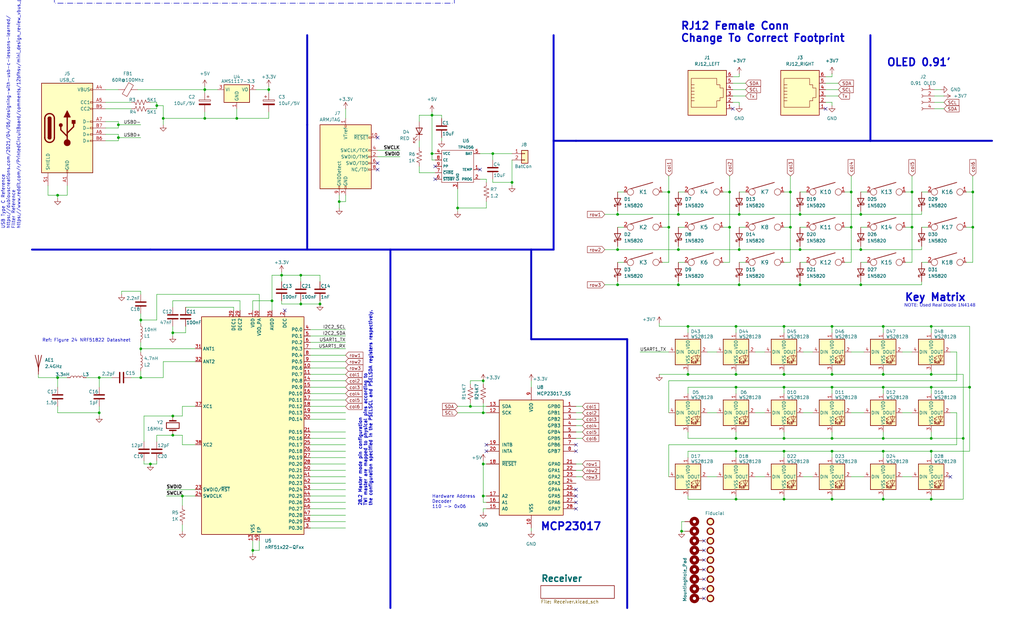
<source format=kicad_sch>
(kicad_sch (version 20231120) (generator "eeschema") (generator_version "8.0")
  (paper "User" 406.4 254)
  (title_block (title "SUDI - Main Schematic") (date "2024-07-07") (rev "1") (company "AHAH_TERROR") (comment 1 "Made With Love By AH"))
  (junction (at 100.33 218.44))
  (junction (at 330.2 153.67))
  (junction (at 46.99 49.53))
  (junction (at 369.57 148.59))
  (junction (at 111.76 109.22))
  (junction (at 361.95 90.17))
  (junction (at 289.56 76.2))
  (junction (at 39.37 163.83))
  (junction (at 386.08 76.2))
  (junction (at 81.28 35.56))
  (junction (at 292.1 179.07))
  (junction (at 273.05 148.59))
  (junction (at 311.15 148.59))
  (junction (at 119.38 109.22))
  (junction (at 313.69 90.17))
  (junction (at 337.82 76.2))
  (junction (at 317.5 99.06))
  (junction (at 292.1 129.54))
  (junction (at 330.2 129.54))
  (junction (at 269.24 99.06))
  (junction (at 171.45 60.96))
  (junction (at 171.45 45.72))
  (junction (at 186.69 161.29))
  (junction (at 293.37 85.09))
  (junction (at 93.98 46.99))
  (junction (at 127 120.65))
  (junction (at 245.11 113.03))
  (junction (at 81.28 46.99))
  (junction (at 245.11 85.09))
  (junction (at 350.52 148.59))
  (junction (at 68.58 132.08))
  (junction (at 191.77 196.85))
  (junction (at 313.69 76.2))
  (junction (at 384.81 153.67))
  (junction (at 292.1 198.12))
  (junction (at 195.58 60.96))
  (junction (at 269.24 85.09))
  (junction (at 119.38 120.65))
  (junction (at 292.1 173.99))
  (junction (at 330.2 198.12))
  (junction (at 311.15 153.67))
  (junction (at 292.1 153.67))
  (junction (at 369.57 153.67))
  (junction (at 46.99 54.61))
  (junction (at 39.37 149.86))
  (junction (at 245.11 99.06))
  (junction (at 330.2 179.07))
  (junction (at 350.52 129.54))
  (junction (at 369.57 129.54))
  (junction (at 270.51 210.82))
  (junction (at 292.1 148.59))
  (junction (at 350.52 153.67))
  (junction (at 181.61 82.55))
  (junction (at 265.43 76.2))
  (junction (at 341.63 113.03))
  (junction (at 330.2 148.59))
  (junction (at 289.56 90.17))
  (junction (at 191.77 184.15))
  (junction (at 203.2 72.39))
  (junction (at 330.2 173.99))
  (junction (at 106.68 35.56))
  (junction (at 337.82 90.17))
  (junction (at 317.5 85.09))
  (junction (at 361.95 76.2))
  (junction (at 59.69 184.15))
  (junction (at 191.77 151.13))
  (junction (at 332.74 -21.59))
  (junction (at 55.88 138.43))
  (junction (at 369.57 179.07))
  (junction (at 350.52 179.07))
  (junction (at 72.39 196.85))
  (junction (at 64.77 46.99))
  (junction (at 311.15 198.12))
  (junction (at 55.88 149.86))
  (junction (at 350.52 198.12))
  (junction (at 293.37 113.03))
  (junction (at 68.58 172.72))
  (junction (at 265.43 90.17))
  (junction (at 273.05 129.54))
  (junction (at 382.27 173.99))
  (junction (at 22.86 149.86))
  (junction (at 386.08 90.17))
  (junction (at 107.95 119.38))
  (junction (at 134.62 80.01))
  (junction (at 311.15 173.99))
  (junction (at 311.15 179.07))
  (junction (at 369.57 198.12))
  (junction (at 350.52 173.99))
  (junction (at 68.58 165.1))
  (junction (at 191.77 163.83))
  (junction (at 341.63 99.06))
  (junction (at 269.24 113.03))
  (junction (at 22.86 77.47))
  (junction (at 62.23 41.91))
  (junction (at 339.09 -38.1))
  (junction (at 293.37 99.06))
  (junction (at 369.57 173.99))
  (junction (at 341.63 85.09))
  (junction (at 55.88 127))
  (junction (at 311.15 129.54))
  (junction (at 317.5 113.03))
  (no_connect (at 279.4 218.44))
  (no_connect (at 193.04 176.53))
  (no_connect (at 290.83 43.18))
  (no_connect (at 279.4 222.25))
  (no_connect (at 228.6 179.07))
  (no_connect (at 327.66 43.18))
  (no_connect (at 193.04 179.07))
  (no_connect (at 279.4 229.87))
  (no_connect (at 113.03 123.19))
  (no_connect (at 149.86 54.61))
  (no_connect (at 279.4 233.68))
  (no_connect (at 228.6 176.53))
  (no_connect (at 279.4 226.06))
  (no_connect (at 149.86 67.31))
  (no_connect (at 377.19 189.23))
  (no_connect (at 279.4 237.49))
  (no_connect (at 172.72 66.04))
  (no_connect (at 190.5 67.31))
  (no_connect (at 149.86 64.77))
  (no_connect (at 279.4 214.63))
  (no_connect (at 228.6 201.93))
  (no_connect (at 172.72 71.12))
  (no_connect (at 228.6 199.39))
  (no_connect (at 228.6 196.85))
  (no_connect (at 228.6 194.31))
  (wire (pts (xy 303.53 163.83) (xy 299.72 163.83)))
  (wire (pts (xy 269.24 111.76) (xy 269.24 113.03)))
  (wire (pts (xy 292.1 129.54) (xy 311.15 129.54)))
  (wire (pts (xy 341.63 111.76) (xy 341.63 113.03)))
  (wire (pts (xy 107.95 119.38) (xy 100.33 119.38)))
  (wire (pts (xy 240.03 113.03) (xy 245.11 113.03)))
  (wire (pts (xy 273.05 179.07) (xy 292.1 179.07)))
  (wire (pts (xy 370.84 38.1) (xy 374.65 38.1)))
  (wire (pts (xy 34.29 149.86) (xy 39.37 149.86)))
  (wire (pts (xy 191.77 151.13) (xy 186.69 151.13)))
  (wire (pts (xy 330.2 179.07) (xy 330.2 181.61)))
  (wire (pts (xy 261.62 128.27) (xy 261.62 129.54)))
  (polyline (pts (xy 12.7 99.06) (xy 59.69 99.06)) (stroke (width 0.762)))
  (wire (pts (xy 245.11 113.03) (xy 269.24 113.03)))
  (wire (pts (xy 123.19 189.23) (xy 137.16 189.23)))
  (wire (pts (xy 379.73 139.7) (xy 377.19 139.7)))
  (wire (pts (xy 311.15 171.45) (xy 311.15 173.99)))
  (wire (pts (xy 350.52 173.99) (xy 369.57 173.99)))
  (wire (pts (xy 64.77 149.86) (xy 55.88 149.86)))
  (wire (pts (xy 191.77 184.15) (xy 193.04 184.15)))
  (wire (pts (xy 265.43 163.83) (xy 265.43 151.13)))
  (wire (pts (xy 55.88 138.43) (xy 77.47 138.43)))
  (wire (pts (xy 195.58 71.12) (xy 195.58 72.39)))
  (wire (pts (xy 41.91 50.8) (xy 46.99 50.8)))
  (wire (pts (xy 311.15 179.07) (xy 311.15 181.61)))
  (wire (pts (xy 292.1 198.12) (xy 292.1 196.85)))
  (wire (pts (xy 55.88 128.27) (xy 55.88 127)))
  (wire (pts (xy 311.15 147.32) (xy 311.15 148.59)))
  (wire (pts (xy 342.9 139.7) (xy 337.82 139.7)))
  (wire (pts (xy 22.86 77.47) (xy 26.67 77.47)))
  (wire (pts (xy 293.37 76.2) (xy 295.91 76.2)))
  (wire (pts (xy 123.19 161.29) (xy 137.16 161.29)))
  (wire (pts (xy 311.15 129.54) (xy 311.15 132.08)))
  (wire (pts (xy 123.19 173.99) (xy 137.16 173.99)))
  (wire (pts (xy 22.86 149.86) (xy 26.67 149.86)))
  (wire (pts (xy 123.19 186.69) (xy 137.16 186.69)))
  (polyline (pts (xy 219.71 13.97) (xy 219.71 99.06)) (stroke (width 0.762)))
  (wire (pts (xy 100.33 214.63) (xy 100.33 218.44)))
  (wire (pts (xy 175.26 54.61) (xy 175.26 55.88)))
  (wire (pts (xy 134.62 80.01) (xy 137.16 80.01)))
  (wire (pts (xy 190.5 60.96) (xy 195.58 60.96)))
  (wire (pts (xy 341.63 97.79) (xy 341.63 99.06)))
  (wire (pts (xy 369.57 153.67) (xy 384.81 153.67)))
  (wire (pts (xy 327.66 33.02) (xy 332.74 33.02)))
  (wire (pts (xy 292.1 148.59) (xy 311.15 148.59)))
  (wire (pts (xy 195.58 63.5) (xy 195.58 60.96)))
  (wire (pts (xy 335.28 90.17) (xy 337.82 90.17)))
  (wire (pts (xy 245.11 83.82) (xy 245.11 85.09)))
  (wire (pts (xy 337.82 90.17) (xy 337.82 104.14)))
  (wire (pts (xy 228.6 173.99) (xy 231.14 173.99)))
  (wire (pts (xy 72.39 208.28) (xy 72.39 210.82)))
  (wire (pts (xy 284.48 139.7) (xy 280.67 139.7)))
  (wire (pts (xy 327.66 35.56) (xy 332.74 35.56)))
  (wire (pts (xy 350.52 153.67) (xy 350.52 156.21)))
  (wire (pts (xy 123.19 176.53) (xy 137.16 176.53)))
  (wire (pts (xy 68.58 132.08) (xy 68.58 133.35)))
  (wire (pts (xy 322.58 189.23) (xy 318.77 189.23)))
  (wire (pts (xy 269.24 76.2) (xy 271.78 76.2)))
  (wire (pts (xy 22.86 77.47) (xy 22.86 78.74)))
  (wire (pts (xy 290.83 35.56) (xy 295.91 35.56)))
  (wire (pts (xy 39.37 153.67) (xy 39.37 149.86)))
  (wire (pts (xy 123.19 130.81) (xy 137.16 130.81)))
  (wire (pts (xy 311.15 129.54) (xy 330.2 129.54)))
  (wire (pts (xy 361.95 163.83) (xy 358.14 163.83)))
  (wire (pts (xy 64.77 143.51) (xy 64.77 149.86)))
  (wire (pts (xy 293.37 30.48) (xy 293.37 29.21)))
  (wire (pts (xy 269.24 113.03) (xy 293.37 113.03)))
  (wire (pts (xy 335.28 76.2) (xy 337.82 76.2)))
  (wire (pts (xy 317.5 111.76) (xy 317.5 113.03)))
  (wire (pts (xy 273.05 179.07) (xy 273.05 181.61)))
  (wire (pts (xy 359.41 104.14) (xy 361.95 104.14)))
  (wire (pts (xy 39.37 163.83) (xy 39.37 165.1)))
  (wire (pts (xy 386.08 69.85) (xy 386.08 76.2)))
  (wire (pts (xy 262.89 76.2) (xy 265.43 76.2)))
  (wire (pts (xy 332.74 -25.4) (xy 332.74 -21.59)))
  (wire (pts (xy 292.1 153.67) (xy 311.15 153.67)))
  (wire (pts (xy 330.2 148.59) (xy 350.52 148.59)))
  (wire (pts (xy 273.05 198.12) (xy 292.1 198.12)))
  (wire (pts (xy 365.76 83.82) (xy 365.76 85.09)))
  (wire (pts (xy 119.38 120.65) (xy 127 120.65)))
  (wire (pts (xy 265.43 151.13) (xy 379.73 151.13)))
  (wire (pts (xy 77.47 161.29) (xy 72.39 161.29)))
  (wire (pts (xy 102.87 123.19) (xy 102.87 116.84)))
  (wire (pts (xy 123.19 163.83) (xy 137.16 163.83)))
  (wire (pts (xy 81.28 34.29) (xy 81.28 35.56)))
  (wire (pts (xy 339.09 -38.1) (xy 332.74 -38.1)))
  (wire (pts (xy 369.57 171.45) (xy 369.57 173.99)))
  (wire (pts (xy 54.61 35.56) (xy 81.28 35.56)))
  (wire (pts (xy 55.88 127) (xy 55.88 124.46)))
  (wire (pts (xy 119.38 109.22) (xy 111.76 109.22)))
  (wire (pts (xy 327.66 30.48) (xy 330.2 30.48)))
  (wire (pts (xy 330.2 198.12) (xy 350.52 198.12)))
  (wire (pts (xy 52.07 149.86) (xy 55.88 149.86)))
  (wire (pts (xy 273.05 148.59) (xy 292.1 148.59)))
  (wire (pts (xy 46.99 49.53) (xy 55.88 49.53)))
  (wire (pts (xy 284.48 189.23) (xy 280.67 189.23)))
  (wire (pts (xy 46.99 48.26) (xy 46.99 49.53)))
  (wire (pts (xy 245.11 90.17) (xy 247.65 90.17)))
  (polyline (pts (xy 154.94 99.06) (xy 154.94 134.62)) (stroke (width 0.762)))
  (wire (pts (xy 41.91 40.64) (xy 52.07 40.64)))
  (wire (pts (xy 330.2 198.12) (xy 330.2 196.85)))
  (wire (pts (xy 203.2 72.39) (xy 203.2 73.66)))
  (wire (pts (xy 254 139.7) (xy 265.43 139.7)))
  (wire (pts (xy 46.99 54.61) (xy 55.88 54.61)))
  (wire (pts (xy 311.15 153.67) (xy 330.2 153.67)))
  (wire (pts (xy 273.05 147.32) (xy 273.05 148.59)))
  (polyline (pts (xy 154.94 134.62) (xy 154.94 241.3)) (stroke (width 0.762)))
  (wire (pts (xy 365.76 97.79) (xy 365.76 99.06)))
  (wire (pts (xy 322.58 139.7) (xy 318.77 139.7)))
  (wire (pts (xy 46.99 54.61) (xy 46.99 55.88)))
  (wire (pts (xy 123.19 156.21) (xy 137.16 156.21)))
  (wire (pts (xy 273.05 129.54) (xy 292.1 129.54)))
  (wire (pts (xy 41.91 48.26) (xy 46.99 48.26)))
  (wire (pts (xy 382.27 148.59) (xy 382.27 173.99)))
  (wire (pts (xy 203.2 63.5) (xy 203.2 72.39)))
  (wire (pts (xy 339.09 -34.29) (xy 339.09 -38.1)))
  (wire (pts (xy 39.37 161.29) (xy 39.37 163.83)))
  (wire (pts (xy 273.05 153.67) (xy 273.05 156.21)))
  (wire (pts (xy 191.77 163.83) (xy 193.04 163.83)))
  (wire (pts (xy 317.5 97.79) (xy 317.5 99.06)))
  (wire (pts (xy 95.25 119.38) (xy 95.25 123.19)))
  (wire (pts (xy 369.57 173.99) (xy 382.27 173.99)))
  (wire (pts (xy 350.52 153.67) (xy 369.57 153.67)))
  (wire (pts (xy 245.11 111.76) (xy 245.11 113.03)))
  (polyline (pts (xy 345.44 13.97) (xy 345.44 55.88)) (stroke (width 0.762)))
  (wire (pts (xy 62.23 40.64) (xy 62.23 41.91)))
  (wire (pts (xy 290.83 33.02) (xy 295.91 33.02)))
  (wire (pts (xy 106.68 46.99) (xy 93.98 46.99)))
  (wire (pts (xy 269.24 83.82) (xy 269.24 85.09)))
  (wire (pts (xy 123.19 191.77) (xy 137.16 191.77)))
  (wire (pts (xy 335.28 104.14) (xy 337.82 104.14)))
  (wire (pts (xy 365.76 104.14) (xy 368.3 104.14)))
  (wire (pts (xy 111.76 111.76) (xy 111.76 109.22)))
  (wire (pts (xy 311.15 76.2) (xy 313.69 76.2)))
  (wire (pts (xy 369.57 198.12) (xy 369.57 196.85)))
  (wire (pts (xy 111.76 107.95) (xy 111.76 109.22)))
  (wire (pts (xy 228.6 163.83) (xy 231.14 163.83)))
  (wire (pts (xy 228.6 161.29) (xy 231.14 161.29)))
  (wire (pts (xy 317.5 76.2) (xy 320.04 76.2)))
  (wire (pts (xy 55.88 139.7) (xy 55.88 138.43)))
  (wire (pts (xy 369.57 147.32) (xy 369.57 148.59)))
  (wire (pts (xy 269.24 104.14) (xy 271.78 104.14)))
  (wire (pts (xy 195.58 60.96) (xy 203.2 60.96)))
  (wire (pts (xy 39.37 149.86) (xy 44.45 149.86)))
  (wire (pts (xy 123.19 146.05) (xy 137.16 146.05)))
  (wire (pts (xy 55.88 115.57) (xy 55.88 116.84)))
  (wire (pts (xy 15.24 148.59) (xy 15.24 149.86)))
  (wire (pts (xy 350.52 148.59) (xy 369.57 148.59)))
  (wire (pts (xy 46.99 53.34) (xy 46.99 54.61)))
  (wire (pts (xy 350.52 198.12) (xy 369.57 198.12)))
  (polyline (pts (xy 228.6 55.88) (xy 345.44 55.88)) (stroke (width 0.762)))
  (wire (pts (xy 290.83 30.48) (xy 293.37 30.48)))
  (wire (pts (xy 193.04 80.01) (xy 193.04 82.55)))
  (wire (pts (xy 57.15 184.15) (xy 59.69 184.15)))
  (wire (pts (xy 245.11 99.06) (xy 269.24 99.06)))
  (wire (pts (xy 81.28 46.99) (xy 64.77 46.99)))
  (wire (pts (xy 369.57 148.59) (xy 382.27 148.59)))
  (wire (pts (xy 382.27 173.99) (xy 382.27 198.12)))
  (wire (pts (xy 193.04 71.12) (xy 190.5 71.12)))
  (wire (pts (xy 383.54 104.14) (xy 386.08 104.14)))
  (wire (pts (xy 111.76 120.65) (xy 119.38 120.65)))
  (wire (pts (xy 64.77 46.99) (xy 64.77 41.91)))
  (wire (pts (xy 26.67 77.47) (xy 26.67 73.66)))
  (wire (pts (xy 66.04 194.31) (xy 77.47 194.31)))
  (wire (pts (xy 370.84 40.64) (xy 374.65 40.64)))
  (wire (pts (xy 369.57 129.54) (xy 384.81 129.54)))
  (wire (pts (xy 337.82 76.2) (xy 337.82 90.17)))
  (polyline (pts (xy 345.44 55.88) (xy 393.7 55.88)) (stroke (width 0.762)))
  (wire (pts (xy 127 120.65) (xy 127 119.38)))
  (wire (pts (xy 361.95 90.17) (xy 361.95 104.14)))
  (wire (pts (xy 102.87 218.44) (xy 100.33 218.44)))
  (wire (pts (xy 166.37 55.88) (xy 166.37 58.42)))
  (wire (pts (xy 149.86 62.23) (xy 158.75 62.23)))
  (wire (pts (xy 68.58 132.08) (xy 73.66 132.08)))
  (wire (pts (xy 292.1 147.32) (xy 292.1 148.59)))
  (wire (pts (xy 287.02 76.2) (xy 289.56 76.2)))
  (wire (pts (xy 330.2 153.67) (xy 330.2 156.21)))
  (wire (pts (xy 317.5 83.82) (xy 317.5 85.09)))
  (wire (pts (xy 123.19 196.85) (xy 137.16 196.85)))
  (wire (pts (xy 191.77 199.39) (xy 193.04 199.39)))
  (wire (pts (xy 265.43 90.17) (xy 265.43 104.14)))
  (wire (pts (xy 137.16 80.01) (xy 137.16 77.47)))
  (wire (pts (xy 342.9 189.23) (xy 337.82 189.23)))
  (wire (pts (xy 181.61 161.29) (xy 186.69 161.29)))
  (wire (pts (xy 41.91 55.88) (xy 46.99 55.88)))
  (wire (pts (xy 293.37 104.14) (xy 295.91 104.14)))
  (wire (pts (xy 186.69 151.13) (xy 186.69 152.4)))
  (wire (pts (xy 228.6 171.45) (xy 231.14 171.45)))
  (wire (pts (xy 228.6 186.69) (xy 231.14 186.69)))
  (wire (pts (xy 317.5 85.09) (xy 341.63 85.09)))
  (wire (pts (xy 81.28 35.56) (xy 81.28 36.83)))
  (wire (pts (xy 293.37 85.09) (xy 317.5 85.09)))
  (wire (pts (xy 123.19 133.35) (xy 137.16 133.35)))
  (wire (pts (xy 106.68 35.56) (xy 101.6 35.56)))
  (wire (pts (xy 386.08 76.2) (xy 386.08 90.17)))
  (wire (pts (xy 106.68 36.83) (xy 106.68 35.56)))
  (wire (pts (xy 341.63 99.06) (xy 365.76 99.06)))
  (wire (pts (xy 293.37 111.76) (xy 293.37 113.03)))
  (wire (pts (xy 313.69 69.85) (xy 313.69 76.2)))
  (wire (pts (xy 330.2 179.07) (xy 350.52 179.07)))
  (wire (pts (xy 341.63 76.2) (xy 344.17 76.2)))
  (wire (pts (xy 48.26 115.57) (xy 48.26 116.84)))
  (wire (pts (xy 339.09 -38.1) (xy 346.71 -38.1)))
  (wire (pts (xy 81.28 44.45) (xy 81.28 46.99)))
  (wire (pts (xy 311.15 173.99) (xy 330.2 173.99)))
  (wire (pts (xy 123.19 204.47) (xy 137.16 204.47)))
  (wire (pts (xy 72.39 172.72) (xy 72.39 176.53)))
  (wire (pts (xy 386.08 90.17) (xy 386.08 104.14)))
  (wire (pts (xy 123.19 181.61) (xy 137.16 181.61)))
  (wire (pts (xy 191.77 184.15) (xy 191.77 196.85)))
  (wire (pts (xy 262.89 104.14) (xy 265.43 104.14)))
  (wire (pts (xy 332.74 -21.59) (xy 332.74 -19.05)))
  (wire (pts (xy 361.95 76.2) (xy 361.95 90.17)))
  (wire (pts (xy 191.77 201.93) (xy 193.04 201.93)))
  (wire (pts (xy 106.68 34.29) (xy 106.68 35.56)))
  (wire (pts (xy 106.68 44.45) (xy 106.68 46.99)))
  (wire (pts (xy 311.15 148.59) (xy 330.2 148.59)))
  (wire (pts (xy 62.23 184.15) (xy 62.23 182.88)))
  (wire (pts (xy 228.6 184.15) (xy 231.14 184.15)))
  (polyline (pts (xy 210.82 99.06) (xy 219.71 99.06)) (stroke (width 0.762)))
  (wire (pts (xy 341.63 104.14) (xy 344.17 104.14)))
  (wire (pts (xy 107.95 109.22) (xy 111.76 109.22)))
  (wire (pts (xy 359.41 90.17) (xy 361.95 90.17)))
  (wire (pts (xy 350.52 179.07) (xy 350.52 181.61)))
  (wire (pts (xy 62.23 41.91) (xy 62.23 43.18)))
  (wire (pts (xy 292.1 198.12) (xy 311.15 198.12)))
  (wire (pts (xy 41.91 43.18) (xy 52.07 43.18)))
  (wire (pts (xy 337.82 69.85) (xy 337.82 76.2)))
  (wire (pts (xy 261.62 148.59) (xy 273.05 148.59)))
  (wire (pts (xy 123.19 194.31) (xy 137.16 194.31)))
  (polyline (pts (xy 210.82 99.06) (xy 210.82 134.62)) (stroke (width 0.762)))
  (wire (pts (xy 41.91 53.34) (xy 46.99 53.34)))
  (wire (pts (xy 365.76 76.2) (xy 368.3 76.2)))
  (wire (pts (xy 123.19 140.97) (xy 137.16 140.97)))
  (wire (pts (xy 123.19 138.43) (xy 137.16 138.43)))
  (wire (pts (xy 293.37 40.64) (xy 293.37 41.91)))
  (wire (pts (xy 384.81 179.07) (xy 369.57 179.07)))
  (wire (pts (xy 171.45 63.5) (xy 171.45 60.96)))
  (wire (pts (xy 273.05 153.67) (xy 292.1 153.67)))
  (wire (pts (xy 245.11 76.2) (xy 247.65 76.2)))
  (wire (pts (xy 379.73 163.83) (xy 377.19 163.83)))
  (wire (pts (xy 350.52 147.32) (xy 350.52 148.59)))
  (wire (pts (xy 186.69 160.02) (xy 186.69 161.29)))
  (wire (pts (xy 68.58 165.1) (xy 72.39 165.1)))
  (wire (pts (xy 370.84 43.18) (xy 374.65 43.18)))
  (wire (pts (xy 317.5 104.14) (xy 320.04 104.14)))
  (wire (pts (xy 289.56 90.17) (xy 289.56 104.14)))
  (wire (pts (xy 171.45 45.72) (xy 171.45 44.45)))
  (wire (pts (xy 292.1 153.67) (xy 292.1 156.21)))
  (wire (pts (xy 317.5 113.03) (xy 341.63 113.03)))
  (wire (pts (xy 339.09 -21.59) (xy 339.09 -26.67)))
  (wire (pts (xy 77.47 196.85) (xy 72.39 196.85)))
  (wire (pts (xy 311.15 198.12) (xy 330.2 198.12)))
  (wire (pts (xy 72.39 196.85) (xy 72.39 200.66)))
  (wire (pts (xy 332.74 -38.1) (xy 332.74 -35.56)))
  (wire (pts (xy 181.61 163.83) (xy 191.77 163.83)))
  (wire (pts (xy 62.23 127) (xy 55.88 127)))
  (wire (pts (xy 342.9 163.83) (xy 337.82 163.83)))
  (wire (pts (xy 350.52 129.54) (xy 369.57 129.54)))
  (wire (pts (xy 195.58 72.39) (xy 203.2 72.39)))
  (wire (pts (xy 22.86 161.29) (xy 22.86 163.83)))
  (wire (pts (xy 311.15 104.14) (xy 313.69 104.14)))
  (wire (pts (xy 166.37 45.72) (xy 171.45 45.72)))
  (wire (pts (xy 265.43 189.23) (xy 265.43 176.53)))
  (wire (pts (xy 369.57 129.54) (xy 369.57 132.08)))
  (wire (pts (xy 330.2 40.64) (xy 330.2 41.91)))
  (wire (pts (xy 311.15 179.07) (xy 330.2 179.07)))
  (wire (pts (xy 245.11 97.79) (xy 245.11 99.06)))
  (wire (pts (xy 330.2 173.99) (xy 350.52 173.99)))
  (wire (pts (xy 134.62 82.55) (xy 134.62 80.01)))
  (wire (pts (xy 384.81 129.54) (xy 384.81 153.67)))
  (wire (pts (xy 111.76 119.38) (xy 111.76 120.65)))
  (wire (pts (xy 123.19 135.89) (xy 137.16 135.89)))
  (wire (pts (xy 313.69 90.17) (xy 313.69 104.14)))
  (wire (pts (xy 57.15 175.26) (xy 57.15 165.1)))
  (wire (pts (xy 123.19 209.55) (xy 137.16 209.55)))
  (wire (pts (xy 365.76 111.76) (xy 365.76 113.03)))
  (polyline (pts (xy 210.82 134.62) (xy 248.92 134.62)) (stroke (width 0.762)))
  (wire (pts (xy 123.19 151.13) (xy 137.16 151.13)))
  (wire (pts (xy 102.87 214.63) (xy 102.87 218.44)))
  (wire (pts (xy 72.39 176.53) (xy 77.47 176.53)))
  (wire (pts (xy 330.2 30.48) (xy 330.2 29.21)))
  (polyline (pts (xy 121.92 49.53) (xy 121.92 99.06)) (stroke (width 0.762)))
  (wire (pts (xy 46.99 49.53) (xy 46.99 50.8)))
  (wire (pts (xy 68.58 129.54) (xy 68.58 132.08)))
  (wire (pts (xy 64.77 41.91) (xy 62.23 41.91)))
  (wire (pts (xy 92.71 123.19) (xy 92.71 121.92)))
  (wire (pts (xy 59.69 40.64) (xy 62.23 40.64)))
  (wire (pts (xy 261.62 129.54) (xy 273.05 129.54)))
  (wire (pts (xy 273.05 198.12) (xy 273.05 196.85)))
  (wire (pts (xy 62.23 116.84) (xy 102.87 116.84)))
  (polyline (pts (xy 59.69 99.06) (xy 210.82 99.06)) (stroke (width 0.762)))
  (wire (pts (xy 341.63 85.09) (xy 365.76 85.09)))
  (wire (pts (xy 262.89 90.17) (xy 265.43 90.17)))
  (wire (pts (xy 289.56 69.85) (xy 289.56 76.2)))
  (wire (pts (xy 361.95 189.23) (xy 358.14 189.23)))
  (wire (pts (xy 123.19 158.75) (xy 137.16 158.75)))
  (wire (pts (xy 123.19 143.51) (xy 137.16 143.51)))
  (wire (pts (xy 228.6 168.91) (xy 231.14 168.91)))
  (wire (pts (xy 57.15 165.1) (xy 68.58 165.1)))
  (wire (pts (xy 293.37 99.06) (xy 317.5 99.06)))
  (wire (pts (xy 107.95 123.19) (xy 107.95 119.38)))
  (wire (pts (xy 361.95 139.7) (xy 358.14 139.7)))
  (wire (pts (xy 57.15 182.88) (xy 57.15 184.15)))
  (wire (pts (xy 100.33 218.44) (xy 100.33 219.71)))
  (wire (pts (xy 55.88 138.43) (xy 55.88 135.89)))
  (wire (pts (xy 293.37 83.82) (xy 293.37 85.09)))
  (wire (pts (xy 149.86 59.69) (xy 158.75 59.69)))
  (wire (pts (xy 379.73 176.53) (xy 379.73 163.83)))
  (wire (pts (xy 384.81 153.67) (xy 384.81 179.07)))
  (wire (pts (xy 313.69 76.2) (xy 313.69 90.17)))
  (wire (pts (xy 330.2 147.32) (xy 330.2 148.59)))
  (wire (pts (xy 284.48 163.83) (xy 280.67 163.83)))
  (wire (pts (xy 172.72 68.58) (xy 166.37 68.58)))
  (wire (pts (xy 292.1 179.07) (xy 311.15 179.07)))
  (wire (pts (xy 81.28 35.56) (xy 86.36 35.56)))
  (wire (pts (xy 383.54 76.2) (xy 386.08 76.2)))
  (wire (pts (xy 303.53 189.23) (xy 299.72 189.23)))
  (wire (pts (xy 93.98 43.18) (xy 93.98 46.99)))
  (wire (pts (xy 123.19 201.93) (xy 137.16 201.93)))
  (wire (pts (xy 68.58 121.92) (xy 68.58 119.38)))
  (wire (pts (xy 228.6 166.37) (xy 231.14 166.37)))
  (wire (pts (xy 350.52 179.07) (xy 369.57 179.07)))
  (wire (pts (xy 369.57 153.67) (xy 369.57 156.21)))
  (wire (pts (xy 240.03 85.09) (xy 245.11 85.09)))
  (wire (pts (xy 270.51 210.82) (xy 270.51 207.01)))
  (wire (pts (xy 22.86 163.83) (xy 39.37 163.83)))
  (wire (pts (xy 72.39 172.72) (xy 68.58 172.72)))
  (wire (pts (xy 59.69 184.15) (xy 62.23 184.15)))
  (wire (pts (xy 127 111.76) (xy 127 109.22)))
  (wire (pts (xy 311.15 90.17) (xy 313.69 90.17)))
  (wire (pts (xy 273.05 173.99) (xy 292.1 173.99)))
  (wire (pts (xy 193.04 82.55) (xy 181.61 82.55)))
  (wire (pts (xy 210.82 209.55) (xy 210.82 210.82)))
  (wire (pts (xy 191.77 152.4) (xy 191.77 151.13)))
  (wire (pts (xy 293.37 113.03) (xy 317.5 113.03)))
  (wire (pts (xy 62.23 43.18) (xy 59.69 43.18)))
  (wire (pts (xy 293.37 90.17) (xy 295.91 90.17)))
  (polyline (pts (xy 248.92 134.62) (xy 248.92 241.3)) (stroke (width 0.762)))
  (wire (pts (xy 240.03 99.06) (xy 245.11 99.06)))
  (wire (pts (xy 273.05 129.54) (xy 273.05 132.08)))
  (wire (pts (xy 107.95 109.22) (xy 107.95 119.38)))
  (wire (pts (xy 330.2 129.54) (xy 330.2 132.08)))
  (wire (pts (xy 73.66 132.08) (xy 73.66 129.54)))
  (wire (pts (xy 193.04 72.39) (xy 193.04 71.12)))
  (wire (pts (xy 290.83 38.1) (xy 295.91 38.1)))
  (wire (pts (xy 123.19 207.01) (xy 137.16 207.01)))
  (wire (pts (xy 382.27 198.12) (xy 369.57 198.12)))
  (wire (pts (xy 166.37 68.58) (xy 166.37 66.04)))
  (wire (pts (xy 332.74 -21.59) (xy 339.09 -21.59)))
  (wire (pts (xy 245.11 104.14) (xy 247.65 104.14)))
  (wire (pts (xy 123.19 179.07) (xy 137.16 179.07)))
  (wire (pts (xy 119.38 119.38) (xy 119.38 120.65)))
  (wire (pts (xy 92.71 121.92) (xy 73.66 121.92)))
  (wire (pts (xy 181.61 82.55) (xy 181.61 83.82)))
  (wire (pts (xy 127 109.22) (xy 119.38 109.22)))
  (wire (pts (xy 62.23 172.72) (xy 68.58 172.72)))
  (wire (pts (xy 327.66 38.1) (xy 332.74 38.1)))
  (wire (pts (xy 311.15 198.12) (xy 311.15 196.85)))
  (wire (pts (xy 191.77 160.02) (xy 191.77 163.83)))
  (wire (pts (xy 365.76 90.17) (xy 368.3 90.17)))
  (wire (pts (xy 186.69 161.29) (xy 193.04 161.29)))
  (wire (pts (xy 171.45 45.72) (xy 171.45 60.96)))
  (wire (pts (xy 68.58 119.38) (xy 95.25 119.38)))
  (wire (pts (xy 359.41 76.2) (xy 361.95 76.2)))
  (wire (pts (xy 22.86 153.67) (xy 22.86 149.86)))
  (wire (pts (xy 41.91 35.56) (xy 46.99 35.56)))
  (wire (pts (xy 62.23 116.84) (xy 62.23 127)))
  (polyline (pts (xy 121.92 13.97) (xy 121.92 49.53)) (stroke (width 0.762)))
  (wire (pts (xy 289.56 76.2) (xy 289.56 90.17)))
  (wire (pts (xy 330.2 153.67) (xy 350.52 153.67)))
  (polyline (pts (xy 219.71 55.88) (xy 228.6 55.88)) (stroke (width 0.762)))
  (wire (pts (xy 350.52 198.12) (xy 350.52 196.85)))
  (wire (pts (xy 245.11 85.09) (xy 269.24 85.09)))
  (wire (pts (xy 292.1 179.07) (xy 292.1 181.61)))
  (wire (pts (xy 72.39 161.29) (xy 72.39 165.1)))
  (wire (pts (xy 172.72 63.5) (xy 171.45 63.5)))
  (wire (pts (xy 123.19 153.67) (xy 137.16 153.67)))
  (wire (pts (xy 228.6 189.23) (xy 231.14 189.23)))
  (wire (pts (xy 269.24 90.17) (xy 271.78 90.17)))
  (wire (pts (xy 317.5 99.06) (xy 341.63 99.06)))
  (wire (pts (xy 292.1 173.99) (xy 311.15 173.99)))
  (wire (pts (xy 293.37 97.79) (xy 293.37 99.06)))
  (wire (pts (xy 100.33 119.38) (xy 100.33 123.19)))
  (wire (pts (xy 383.54 90.17) (xy 386.08 90.17)))
  (wire (pts (xy 369.57 179.07) (xy 369.57 181.61)))
  (wire (pts (xy 317.5 90.17) (xy 320.04 90.17)))
  (wire (pts (xy 350.52 171.45) (xy 350.52 173.99)))
  (wire (pts (xy 265.43 69.85) (xy 265.43 76.2)))
  (wire (pts (xy 350.52 129.54) (xy 350.52 132.08)))
  (wire (pts (xy 191.77 203.2) (xy 191.77 201.93)))
  (wire (pts (xy 341.63 113.03) (xy 365.76 113.03)))
  (wire (pts (xy 270.51 207.01) (xy 271.78 207.01)))
  (wire (pts (xy 287.02 90.17) (xy 289.56 90.17)))
  (wire (pts (xy 55.88 149.86) (xy 55.88 147.32)))
  (wire (pts (xy 66.04 196.85) (xy 72.39 196.85)))
  (wire (pts (xy 123.19 171.45) (xy 137.16 171.45)))
  (wire (pts (xy 123.19 199.39) (xy 137.16 199.39)))
  (wire (pts (xy 172.72 60.96) (xy 171.45 60.96)))
  (wire (pts (xy 311.15 153.67) (xy 311.15 156.21)))
  (wire (pts (xy 265.43 176.53) (xy 379.73 176.53)))
  (wire (pts (xy 290.83 40.64) (xy 293.37 40.64)))
  (wire (pts (xy 171.45 45.72) (xy 175.26 45.72)))
  (wire (pts (xy 175.26 45.72) (xy 175.26 46.99)))
  (wire (pts (xy 191.77 182.88) (xy 191.77 184.15)))
  (wire (pts (xy 181.61 74.93) (xy 181.61 82.55)))
  (wire (pts (xy 330.2 171.45) (xy 330.2 173.99)))
  (wire (pts (xy 64.77 49.53) (xy 64.77 46.99)))
  (wire (pts (xy 123.19 184.15) (xy 137.16 184.15)))
  (wire (pts (xy 269.24 97.79) (xy 269.24 99.06)))
  (wire (pts (xy 123.19 166.37) (xy 137.16 166.37)))
  (wire (pts (xy 134.62 77.47) (xy 134.62 80.01)))
  (wire (pts (xy 269.24 85.09) (xy 293.37 85.09)))
  (wire (pts (xy 361.95 69.85) (xy 361.95 76.2)))
  (wire (pts (xy 19.05 73.66) (xy 19.05 77.47)))
  (wire (pts (xy 292.1 129.54) (xy 292.1 132.08)))
  (wire (pts (xy 269.24 99.06) (xy 293.37 99.06)))
  (wire (pts (xy 292.1 171.45) (xy 292.1 173.99)))
  (wire (pts (xy 322.58 163.83) (xy 318.77 163.83)))
  (wire (pts (xy 15.24 149.86) (xy 22.86 149.86)))
  (wire (pts (xy 265.43 76.2) (xy 265.43 90.17)))
  (wire (pts (xy 341.63 90.17) (xy 344.17 90.17)))
  (wire (pts (xy 370.84 35.56) (xy 373.38 35.56)))
  (wire (pts (xy 210.82 151.13) (xy 210.82 153.67)))
  (wire (pts (xy 341.63 83.82) (xy 341.63 85.09)))
  (wire (pts (xy 19.05 77.47) (xy 22.86 77.47)))
  (wire (pts (xy 77.47 143.51) (xy 64.77 143.51)))
  (wire (pts (xy 123.19 148.59) (xy 137.16 148.59)))
  (wire (pts (xy 93.98 46.99) (xy 81.28 46.99)))
  (wire (pts (xy 330.2 129.54) (xy 350.52 129.54)))
  (wire (pts (xy 191.77 196.85) (xy 191.77 199.39)))
  (wire (pts (xy 119.38 111.76) (xy 119.38 109.22)))
  (wire (pts (xy 273.05 171.45) (xy 273.05 173.99)))
  (wire (pts (xy 166.37 48.26) (xy 166.37 45.72)))
  (wire (pts (xy 191.77 196.85) (xy 193.04 196.85)))
  (wire (pts (xy 287.02 104.14) (xy 289.56 104.14)))
  (wire (pts (xy 48.26 115.57) (xy 55.88 115.57)))
  (wire (pts (xy 271.78 210.82) (xy 270.51 210.82)))
  (wire (pts (xy 62.23 175.26) (xy 62.23 172.72)))
  (wire (pts (xy 327.66 40.64) (xy 330.2 40.64)))
  (wire (pts (xy 303.53 139.7) (xy 299.72 139.7)))
  (wire (pts (xy 137.16 43.18) (xy 137.16 46.99)))
  (wire (pts (xy 379.73 151.13) (xy 379.73 139.7)))
  (text_box "SUDI - Split Keyboard \nSUDI is my custom split keyboard based on redox, it will designed\nwith 75%+ keyboard layout (84 key with 42 each side).\nuse promicro for main MCU and MCP23017 for 16bit bidirectional I/O \nexpantion\nkailh hot swap" (at 21.59 -49.53 0) (size 158.75 50.8) (stroke (width 0.2) (type dash_dot)) (effects (font (size 2.5 2.5) (bold yes)) (justify left top)))
  (text "OLED 0.91'" (at 351.79 26.67 0) (effects (font (size 3 3) (bold yes)) (justify left bottom)))
  (text "28.2 Master mode pin configuration\nTWI master are mapped to physical pins according to\nthe configuration specified in the PSELSCL and PSELSDA registers respectively. " (at 145.034 200.914 90) (effects (font (size 1.27 1.27) (thickness 0.254) (bold yes)) (justify left)))
  (text "V2 TODO \nmake it wireless with NRF51822\nadd BMS to System (TP4056)\nmake receiver and transmitter with NRF \nuse LUFA with ATMega8 for usb receiver /\nRECEIVER SCH\n\n\nhttps://www.fourwalledcubicle.com/files/LUFA/Doc/120219/html/_page__a_v_r8_support.html\nhttps://developer.nordicsemi.com/nRF5_SDK/nRF51_SDK_v4.x.x/doc/html/group__ble__sdk__app__hids__keyboard.html" (at -36.576 -189.738 0) (effects (font (size 12.7 12.7)) (justify left)))
  (text "NOTE: Used Real Diode 1N4148" (at 358.902 122.428 0) (effects (font (size 1.27 1.27)) (justify left bottom)))
  (text "Key Matrix" (at 358.902 119.888 0) (effects (font (size 3 3) (bold yes)) (justify left bottom)))
  (text "USB Type C Reference\nhttps://dubiouscreations.com/2021/04/06/designing-with-usb-c-lessons-learned/\nFilter Reference \nhttps://www.reddit.com/r/PrintedCircuitBoard/comments/12bfhsv/mini_design_review_vbus_protection/" (at 4.318 90.932 90) (effects (font (size 1.27 1.27)) (justify left)))
  (text "Hardware Address \nDecoder\n110 -> 0x06" (at 171.45 201.93 0) (effects (font (size 1.27 1.27)) (justify left bottom)))
  (text "ADD USB B Backup" (at -2.794 91.44 90) (effects (font (size 3 3) (bold yes)) (justify left bottom)))
  (text "RJ12 Female Conn\nChange To Correct Footprint" (at 270.002 17.018 0) (effects (font (size 3 3) (bold yes)) (justify left bottom)))
  (text "Ref: Figure 24 NRF51822 Datasheet" (at 34.29 135.128 0) (effects (font (size 1.27 1.27))))
  (text "MCP23017" (at 214.376 210.82 0) (effects (font (size 3 3) (bold yes)) (justify left bottom)))
  (label "I2C2_SDA" (at 137.16 133.35 180))
  (label "USBD-" (at 55.88 49.53 180))
  (label "SWCLK" (at 66.04 196.85 0) (effects (font (bold yes))))
  (label "I2C2_SCL" (at 137.16 130.81 180))
  (label "SWDIO" (at 66.04 194.31 0) (effects (font (bold yes))))
  (label "USART1_RX" (at 137.16 138.43 180))
  (label "SWCLK" (at 158.75 59.69 180) (effects (font (bold yes))))
  (label "NRST" (at 346.71 -38.1 180))
  (label "USART1_TX" (at 254 139.7 0))
  (label "USBD+" (at 55.88 54.61 180))
  (label "SWDIO" (at 158.75 62.23 180) (effects (font (bold yes))))
  (label "USART1_TX" (at 137.16 135.89 180))
  (global_label "col6" (shape input) (at 231.14 173.99 0) (property "Intersheetrefs" "${INTERSHEET_REFS}" (effects (hide yes))))
  (global_label "Tx" (shape input) (at 295.91 38.1 0) (property "Intersheetrefs" "${INTERSHEET_REFS}" (effects (hide yes))))
  (global_label "col1" (shape input) (at 231.14 161.29 0) (property "Intersheetrefs" "${INTERSHEET_REFS}" (effects (hide yes))))
  (global_label "col4" (shape input) (at 137.16 156.21 0) (property "Intersheetrefs" "${INTERSHEET_REFS}" (effects (hide yes))))
  (global_label "row3" (shape input) (at 240.03 113.03 180) (property "Intersheetrefs" "${INTERSHEET_REFS}" (effects (hide yes))))
  (global_label "row2" (shape input) (at 231.14 186.69 0) (property "Intersheetrefs" "${INTERSHEET_REFS}" (effects (hide yes))))
  (global_label "row3" (shape input) (at 231.14 189.23 0) (property "Intersheetrefs" "${INTERSHEET_REFS}" (effects (hide yes))))
  (global_label "row1" (shape input) (at 137.16 140.97 0) (property "Intersheetrefs" "${INTERSHEET_REFS}" (effects (hide yes))))
  (global_label "SCL" (shape input) (at 374.65 40.64 0) (property "Intersheetrefs" "${INTERSHEET_REFS}" (effects (hide yes))))
  (global_label "col6" (shape input) (at 386.08 69.85 90) (property "Intersheetrefs" "${INTERSHEET_REFS}" (effects (hide yes))))
  (global_label "SDA" (shape input) (at 374.65 43.18 0) (property "Intersheetrefs" "${INTERSHEET_REFS}" (effects (hide yes))))
  (global_label "row1" (shape input) (at 240.03 85.09 180) (property "Intersheetrefs" "${INTERSHEET_REFS}" (effects (hide yes))))
  (global_label "col3" (shape input) (at 137.16 153.67 0) (property "Intersheetrefs" "${INTERSHEET_REFS}" (effects (hide yes))))
  (global_label "SDA" (shape input) (at 181.61 161.29 180) (property "Intersheetrefs" "${INTERSHEET_REFS}" (effects (hide yes))))
  (global_label "col5" (shape input) (at 361.95 69.85 90) (property "Intersheetrefs" "${INTERSHEET_REFS}" (effects (hide yes))))
  (global_label "SDA" (shape input) (at 332.74 33.02 0) (property "Intersheetrefs" "${INTERSHEET_REFS}" (effects (hide yes))))
  (global_label "SCL" (shape input) (at 181.61 163.83 180) (property "Intersheetrefs" "${INTERSHEET_REFS}" (effects (hide yes))))
  (global_label "col1" (shape input) (at 137.16 148.59 0) (property "Intersheetrefs" "${INTERSHEET_REFS}" (effects (hide yes))))
  (global_label "col5" (shape input) (at 137.16 158.75 0) (property "Intersheetrefs" "${INTERSHEET_REFS}" (effects (hide yes))))
  (global_label "col4" (shape input) (at 337.82 69.85 90) (property "Intersheetrefs" "${INTERSHEET_REFS}" (effects (hide yes))))
  (global_label "col4" (shape input) (at 231.14 168.91 0) (property "Intersheetrefs" "${INTERSHEET_REFS}" (effects (hide yes))))
  (global_label "col5" (shape input) (at 231.14 171.45 0) (property "Intersheetrefs" "${INTERSHEET_REFS}" (effects (hide yes))))
  (global_label "row2" (shape input) (at 240.03 99.06 180) (property "Intersheetrefs" "${INTERSHEET_REFS}" (effects (hide yes))))
  (global_label "col2" (shape input) (at 289.56 69.85 90) (property "Intersheetrefs" "${INTERSHEET_REFS}" (effects (hide yes))))
  (global_label "row1" (shape input) (at 231.14 184.15 0) (property "Intersheetrefs" "${INTERSHEET_REFS}" (effects (hide yes))))
  (global_label "col3" (shape input) (at 231.14 166.37 0) (property "Intersheetrefs" "${INTERSHEET_REFS}" (effects (hide yes))))
  (global_label "SCL" (shape input) (at 295.91 35.56 0) (property "Intersheetrefs" "${INTERSHEET_REFS}" (effects (hide yes))))
  (global_label "col2" (shape input) (at 137.16 151.13 0) (property "Intersheetrefs" "${INTERSHEET_REFS}" (effects (hide yes))))
  (global_label "col6" (shape input) (at 137.16 161.29 0) (property "Intersheetrefs" "${INTERSHEET_REFS}" (effects (hide yes))))
  (global_label "SCL" (shape input) (at 332.74 35.56 0) (property "Intersheetrefs" "${INTERSHEET_REFS}" (effects (hide yes))))
  (global_label "row2" (shape input) (at 137.16 143.51 0) (property "Intersheetrefs" "${INTERSHEET_REFS}" (effects (hide yes))))
  (global_label "Tx" (shape input) (at 332.74 38.1 0) (property "Intersheetrefs" "${INTERSHEET_REFS}" (effects (hide yes))))
  (global_label "SDA" (shape input) (at 295.91 33.02 0) (property "Intersheetrefs" "${INTERSHEET_REFS}" (effects (hide yes))))
  (global_label "col3" (shape input) (at 313.69 69.85 90) (property "Intersheetrefs" "${INTERSHEET_REFS}" (effects (hide yes))))
  (global_label "col2" (shape input) (at 231.14 163.83 0) (property "Intersheetrefs" "${INTERSHEET_REFS}" (effects (hide yes))))
  (global_label "row3" (shape input) (at 137.16 146.05 0) (property "Intersheetrefs" "${INTERSHEET_REFS}" (effects (hide yes))))
  (global_label "col1" (shape input) (at 265.43 69.85 90) (property "Intersheetrefs" "${INTERSHEET_REFS}" (effects (hide yes))))
  (symbol (lib_id "LED:WS2812B") (at 273.05 163.83 0) (unit 1)
    (property "Reference" "D5" (at 276.098 155.702 0))
    (property "Value" "WS2812B" (at 278.638 157.734 0))
    (property "Footprint" "LED_SMD:LED_WS2812B_PLCC4_5.0x5.0mm_P3.2mm" (effects (hide yes)))
    (property "Datasheet" "https://cdn-shop.adafruit.com/datasheets/WS2812B.pdf" (effects (hide yes)))
    (property "Description" "RGB LED with integrated controller" (effects (hide yes)))
  )
  (symbol (lib_id "MCU_Nordic:nRF51x22-QFxx") (at 100.33 168.91 0) (unit 1)
    (property "Reference" "U5" (at 105.0641 214.63 0) (effects (justify left)))
    (property "Value" "nRF51x22-QFxx" (at 105.0641 217.17 0) (effects (justify left)))
    (property "Footprint" "Package_DFN_QFN:QFN-48-1EP_6x6mm_P0.4mm_EP4.6x4.6mm" (effects (hide yes)))
    (property "Datasheet" "http://infocenter.nordicsemi.com/pdf/nRF51822_PS_v3.3.pdf" (effects (hide yes)))
    (property "Description" "Multiprotocol BLE/2.4GHz Cortex-M0+ SoC" (effects (hide yes)))
  )
  (symbol (lib_id "Diode:1N5820") (at 365.76 93.98 90) (unit 1)
    (property "Reference" "D30" (at 368.3 93.0274 90) (effects (justify right)))
    (property "Value" "1N5820" (at 368.3 95.5674 90) (effects (justify right)))
    (property "Footprint" "canadian_footprints:D_SOD123_axial-dual" (effects (hide yes)))
    (property "Datasheet" "http://www.vishay.com/docs/88526/1n5820.pdf" (effects (hide yes)))
  )
  (symbol (lib_id "Device:C_Polarized") (at 81.28 40.64 0) (mirror y) (unit 1)
    (property "Reference" "C2" (at 77.47 38.4809 0) (effects (justify left)))
    (property "Value" "10uF/5V" (at 77.47 41.0209 0) (effects (justify left)))
    (property "Description" "Polarized capacitor" (effects (hide yes)))
  )
  (symbol (lib_id "canadian_parts:KEYSW") (at 351.79 76.2 0) (unit 1)
    (property "Reference" "K13" (at 351.79 76.2 0) (effects (font (size 1.524 1.524))))
    (property "Value" "KEYSW" (effects (hide yes)))
    (property "Footprint" "canadian_footprints:Mx_Alps_100-dualside" (effects (hide yes)))
  )
  (symbol (lib_id "Connector:RJ12") (at 280.67 38.1 0) (unit 1)
    (property "Reference" "J1" (at 280.67 22.86 0))
    (property "Value" "RJ12_LEFT" (at 280.67 25.4 0))
    (property "Footprint" "Connector_RJ:RJ12_Amphenol_54601" (effects (hide yes)))
  )
  (symbol (lib_id "Mechanical:Fiducial") (at 281.94 210.82 90) (unit 1)
    (property "Reference" "FID8" (effects (hide yes)))
    (property "Value" "Fiducial" (effects (hide yes)))
    (property "Footprint" "Fiducial:Fiducial_1mm_Mask3mm" (effects (hide yes)))
  )
  (symbol (lib_id "Device:C") (at 62.23 179.07 0) (mirror x) (unit 1)
    (property "Reference" "C20" (at 62.484 181.102 0) (effects (justify left)))
    (property "Value" "12pF" (at 62.484 176.784 0) (effects (justify left)))
    (property "Description" "Unpolarized capacitor" (effects (hide yes)))
  )
  (symbol (lib_id "canadian_parts:KEYSW") (at 303.53 76.2 0) (unit 1)
    (property "Reference" "K7" (at 303.53 76.2 0) (effects (font (size 1.524 1.524))))
    (property "Value" "KEYSW" (effects (hide yes)))
    (property "Footprint" "canadian_footprints:Mx_Alps_100-dualside" (effects (hide yes)))
  )
  (symbol (lib_id "power:GND") (at 134.62 82.55 0) (unit 1)
    (property "Reference" "#PWR057" (effects (hide yes)))
    (property "Value" "GND" (effects (hide yes)))
  )
  (symbol (lib_id "Device:C_Polarized") (at 106.68 40.64 0) (unit 1)
    (property "Reference" "C3" (at 110.49 38.4809 0) (effects (justify left)))
    (property "Value" "10uF/5V" (at 110.49 41.0209 0) (effects (justify left)))
    (property "Description" "Polarized capacitor" (effects (hide yes)))
  )
  (symbol (lib_id "power:GND") (at 261.62 148.59 0) (unit 1)
    (property "Reference" "#PWR028" (effects (hide yes)))
    (property "Value" "GND" (effects (hide yes)))
  )
  (symbol (lib_id "Diode:1N5820") (at 293.37 80.01 90) (unit 1)
    (property "Reference" "D13" (at 295.91 79.0574 90) (effects (justify right)))
    (property "Value" "1N5820" (at 295.91 81.5974 90) (effects (justify right)))
    (property "Footprint" "canadian_footprints:D_SOD123_axial-dual" (effects (hide yes)))
    (property "Datasheet" "http://www.vishay.com/docs/88526/1n5820.pdf" (effects (hide yes)))
  )
  (symbol (lib_id "Mechanical:MountingHole_Pad") (at 276.86 222.25 90) (unit 1)
    (property "Reference" "H5" (effects (hide yes)))
    (property "Value" "MountingHole_Pad" (effects (hide yes)))
    (property "Footprint" "MountingHole:MountingHole_3.2mm_M3_DIN965_Pad" (effects (hide yes)))
  )
  (symbol (lib_id "Device:R_US") (at 186.69 156.21 0) (unit 1)
    (property "Reference" "R1" (at 184.15 158.75 90) (effects (justify left)))
    (property "Value" "4K7" (at 184.15 156.21 90) (effects (justify left)))
    (property "Footprint" "Resistor_SMD:R_1206_3216Metric" (effects (hide yes)))
  )
  (symbol (lib_id "canadian_parts:KEYSW") (at 279.4 104.14 0) (unit 1)
    (property "Reference" "K6" (at 279.4 104.14 0) (effects (font (size 1.524 1.524))))
    (property "Value" "KEYSW" (effects (hide yes)))
    (property "Footprint" "canadian_footprints:Mx_Alps_100-dualside" (effects (hide yes)))
  )
  (symbol (lib_id "Device:L") (at 55.88 143.51 0) (mirror x) (unit 1)
    (property "Reference" "L2" (at 57.15 144.7801 0) (effects (justify left)))
    (property "Value" "4.7nH" (at 57.15 142.2401 0) (effects (justify left)))
    (property "Description" "Inductor" (effects (hide yes)))
  )
  (symbol (lib_id "Mechanical:Fiducial") (at 281.94 207.01 90) (unit 1)
    (property "Reference" "FID9" (effects (hide yes)))
    (property "Value" "Fiducial" (at 287.528 203.708 90) (effects (justify left)))
    (property "Footprint" "Fiducial:Fiducial_1mm_Mask3mm" (effects (hide yes)))
  )
  (symbol (lib_id "Diode:1N5820") (at 245.11 107.95 90) (unit 1)
    (property "Reference" "D3" (at 247.65 106.9974 90) (effects (justify right)))
    (property "Value" "1N5820" (at 247.65 109.5374 90) (effects (justify right)))
    (property "Footprint" "canadian_footprints:D_SOD123_axial-dual" (effects (hide yes)))
    (property "Datasheet" "http://www.vishay.com/docs/88526/1n5820.pdf" (effects (hide yes)))
  )
  (symbol (lib_id "canadian_parts:KEYSW") (at 327.66 76.2 0) (unit 1)
    (property "Reference" "K10" (at 327.66 76.2 0) (effects (font (size 1.524 1.524))))
    (property "Value" "KEYSW" (effects (hide yes)))
    (property "Footprint" "canadian_footprints:Mx_Alps_100-dualside" (effects (hide yes)))
  )
  (symbol (lib_id "power:+3.3V") (at 210.82 151.13 0) (unit 1)
    (property "Reference" "#PWR041" (effects (hide yes)))
    (property "Value" "+3.3V" (at 214.376 150.368 0))
    (property "Description" "Power symbol creates a global label with name \"+3.3V\"" (effects (hide yes)))
  )
  (symbol (lib_id "Diode:1N5820") (at 269.24 80.01 90) (unit 1)
    (property "Reference" "D7" (at 271.78 79.0574 90) (effects (justify right)))
    (property "Value" "1N5820" (at 271.78 81.5974 90) (effects (justify right)))
    (property "Footprint" "canadian_footprints:D_SOD123_axial-dual" (effects (hide yes)))
    (property "Datasheet" "http://www.vishay.com/docs/88526/1n5820.pdf" (effects (hide yes)))
  )
  (symbol (lib_id "power:GND") (at 22.86 78.74 0) (unit 1)
    (property "Reference" "#PWR018" (effects (hide yes)))
    (property "Value" "GND" (effects (hide yes)))
  )
  (symbol (lib_id "Device:C") (at 73.66 125.73 0) (unit 1)
    (property "Reference" "C11" (at 73.914 123.698 0) (effects (justify left)))
    (property "Value" "100nF" (at 73.914 128.016 0) (effects (justify left)))
    (property "Description" "Unpolarized capacitor" (effects (hide yes)))
  )
  (symbol (lib_id "power:+5V") (at 191.77 182.88 0) (unit 1)
    (property "Reference" "#PWR011" (effects (hide yes)))
    (property "Value" "+5V" (at 189.23 181.61 0))
  )
  (symbol (lib_id "power:GND") (at 203.2 73.66 0) (unit 1)
    (property "Reference" "#PWR042" (effects (hide yes)))
    (property "Value" "GND" (effects (hide yes)))
  )
  (symbol (lib_id "canadian_parts:KEYSW") (at 303.53 90.17 0) (unit 1)
    (property "Reference" "K8" (at 303.53 90.17 0) (effects (font (size 1.524 1.524))))
    (property "Value" "KEYSW" (effects (hide yes)))
    (property "Footprint" "canadian_footprints:Mx_Alps_100-dualside" (effects (hide yes)))
  )
  (symbol (lib_id "power:GND") (at 72.39 210.82 0) (unit 1)
    (property "Reference" "#PWR040" (effects (hide yes)))
    (property "Value" "GND" (effects (hide yes)))
  )
  (symbol (lib_id "Diode:1N5820") (at 341.63 80.01 90) (unit 1)
    (property "Reference" "D25" (at 344.17 79.0574 90) (effects (justify right)))
    (property "Value" "1N5820" (at 344.17 81.5974 90) (effects (justify right)))
    (property "Footprint" "canadian_footprints:D_SOD123_axial-dual" (effects (hide yes)))
    (property "Datasheet" "http://www.vishay.com/docs/88526/1n5820.pdf" (effects (hide yes)))
  )
  (symbol (lib_id "canadian_parts:KEYSW") (at 255.27 104.14 0) (unit 1)
    (property "Reference" "K3" (at 255.27 104.14 0) (effects (font (size 1.524 1.524))))
    (property "Value" "KEYSW" (effects (hide yes)))
    (property "Footprint" "canadian_footprints:Mx_Alps_150-dualsided" (effects (hide yes)))
  )
  (symbol (lib_id "Diode:1N5820") (at 365.76 80.01 90) (unit 1)
    (property "Reference" "D29" (at 368.3 79.0574 90) (effects (justify right)))
    (property "Value" "1N5820" (at 368.3 81.5974 90) (effects (justify right)))
    (property "Footprint" "canadian_footprints:D_SOD123_axial-dual" (effects (hide yes)))
    (property "Datasheet" "http://www.vishay.com/docs/88526/1n5820.pdf" (effects (hide yes)))
  )
  (symbol (lib_id "LED:WS2812B") (at 311.15 139.7 0) (unit 1)
    (property "Reference" "D45" (at 314.198 131.572 0))
    (property "Value" "WS2812B" (at 316.738 133.604 0))
    (property "Footprint" "LED_SMD:LED_WS2812B_PLCC4_5.0x5.0mm_P3.2mm" (effects (hide yes)))
    (property "Datasheet" "https://cdn-shop.adafruit.com/datasheets/WS2812B.pdf" (effects (hide yes)))
    (property "Description" "RGB LED with integrated controller" (effects (hide yes)))
  )
  (symbol (lib_id "Device:C") (at 55.88 120.65 180) (unit 1)
    (property "Reference" "C18" (at 55.626 122.682 0) (effects (justify left)))
    (property "Value" "2.2nF" (at 55.626 118.364 0) (effects (justify left)))
    (property "Description" "Unpolarized capacitor" (effects (hide yes)))
  )
  (symbol (lib_id "power:GND") (at 191.77 203.2 0) (unit 1)
    (property "Reference" "#PWR012" (effects (hide yes)))
    (property "Value" "GND" (at 191.77 208.28 0))
  )
  (symbol (lib_id "LED:WS2812B") (at 273.05 189.23 0) (unit 1)
    (property "Reference" "D17" (at 276.098 181.102 0))
    (property "Value" "WS2812B" (at 278.638 183.134 0))
    (property "Footprint" "LED_SMD:LED_WS2812B_PLCC4_5.0x5.0mm_P3.2mm" (effects (hide yes)))
    (property "Datasheet" "https://cdn-shop.adafruit.com/datasheets/WS2812B.pdf" (effects (hide yes)))
    (property "Description" "RGB LED with integrated controller" (effects (hide yes)))
  )
  (symbol (lib_id "power:+3V8") (at 293.37 29.21 0) (unit 1)
    (property "Reference" "#PWR07" (effects (hide yes)))
    (property "Value" "+3V7" (at 293.37 24.13 0))
    (property "Description" "Power symbol creates a global label with name \"+3V8\"" (effects (hide yes)))
  )
  (symbol (lib_id "Device:R_US") (at 55.88 40.64 90) (mirror x) (unit 1)
    (property "Reference" "R3" (at 53.848 39.624 90) (effects (justify left)))
    (property "Value" "5K1" (at 62.23 39.624 90) (effects (justify left)))
    (property "Footprint" "Resistor_SMD:R_1206_3216Metric" (effects (hide yes)))
  )
  (symbol (lib_id "power:GND") (at 181.61 83.82 0) (unit 1)
    (property "Reference" "#PWR023" (effects (hide yes)))
    (property "Value" "GND" (effects (hide yes)))
  )
  (symbol (lib_id "power:GND") (at 100.33 219.71 0) (unit 1)
    (property "Reference" "#PWR033" (effects (hide yes)))
    (property "Value" "GND" (effects (hide yes)))
  )
  (symbol (lib_id "power:+3.3V") (at 106.68 34.29 0) (unit 1)
    (property "Reference" "#PWR021" (effects (hide yes)))
    (property "Value" "+3.3V" (at 106.68 30.48 0))
    (property "Description" "Power symbol creates a global label with name \"+3.3V\"" (effects (hide yes)))
  )
  (symbol (lib_id "canadian_parts:KEYSW") (at 327.66 90.17 0) (unit 1)
    (property "Reference" "K11" (at 327.66 90.17 0) (effects (font (size 1.524 1.524))))
    (property "Value" "KEYSW" (effects (hide yes)))
    (property "Footprint" "canadian_footprints:Mx_Alps_100-dualside" (effects (hide yes)))
  )
  (symbol (lib_id "Mechanical:MountingHole_Pad") (at 276.86 233.68 90) (unit 1)
    (property "Reference" "H2" (effects (hide yes)))
    (property "Value" "MountingHole_Pad" (effects (hide yes)))
    (property "Footprint" "MountingHole:MountingHole_3.2mm_M3_DIN965_Pad" (effects (hide yes)))
  )
  (symbol (lib_id "Device:R_US") (at 72.39 204.47 180) (unit 1)
    (property "Reference" "R5" (at 70.866 203.454 0) (effects (justify left)))
    (property "Value" "1K" (at 70.866 205.994 0) (effects (justify left)))
    (property "Footprint" "Resistor_SMD:R_1206_3216Metric" (effects (hide yes)))
  )
  (symbol (lib_id "LED:WS2812B") (at 350.52 189.23 0) (unit 1)
    (property "Reference" "D24" (at 353.568 181.102 0))
    (property "Value" "WS2812B" (at 356.108 183.134 0))
    (property "Footprint" "LED_SMD:LED_WS2812B_PLCC4_5.0x5.0mm_P3.2mm" (effects (hide yes)))
    (property "Datasheet" "https://cdn-shop.adafruit.com/datasheets/WS2812B.pdf" (effects (hide yes)))
    (property "Description" "RGB LED with integrated controller" (effects (hide yes)))
  )
  (symbol (lib_id "LED:WS2812B") (at 330.2 189.23 0) (unit 1)
    (property "Reference" "D23" (at 333.248 181.102 0))
    (property "Value" "WS2812B" (at 335.788 183.134 0))
    (property "Footprint" "LED_SMD:LED_WS2812B_PLCC4_5.0x5.0mm_P3.2mm" (effects (hide yes)))
    (property "Datasheet" "https://cdn-shop.adafruit.com/datasheets/WS2812B.pdf" (effects (hide yes)))
    (property "Description" "RGB LED with integrated controller" (effects (hide yes)))
  )
  (symbol (lib_id "Diode:1N5820") (at 341.63 107.95 90) (unit 1)
    (property "Reference" "D27" (at 344.17 106.9974 90) (effects (justify right)))
    (property "Value" "1N5820" (at 344.17 109.5374 90) (effects (justify right)))
    (property "Footprint" "canadian_footprints:D_SOD123_axial-dual" (effects (hide yes)))
    (property "Datasheet" "http://www.vishay.com/docs/88526/1n5820.pdf" (effects (hide yes)))
  )
  (symbol (lib_id "power:GND") (at 175.26 55.88 0) (unit 1)
    (property "Reference" "#PWR022" (effects (hide yes)))
    (property "Value" "GND" (effects (hide yes)))
  )
  (symbol (lib_id "Mechanical:MountingHole_Pad") (at 276.86 237.49 90) (unit 1)
    (property "Reference" "H1" (effects (hide yes)))
    (property "Value" "MountingHole_Pad" (at 271.78 238.76 0) (effects (justify left)))
    (property "Footprint" "MountingHole:MountingHole_3.2mm_M3_DIN965_Pad" (effects (hide yes)))
  )
  (symbol (lib_id "canadian_parts:KEYSW") (at 255.27 90.17 0) (unit 1)
    (property "Reference" "K2" (at 255.27 90.17 0) (effects (font (size 1.524 1.524))))
    (property "Value" "KEYSW" (effects (hide yes)))
    (property "Footprint" "canadian_footprints:Mx_Alps_150-dualsided" (effects (hide yes)))
  )
  (symbol (lib_id "LED:WS2812B") (at 311.15 163.83 0) (unit 1)
    (property "Reference" "D10" (at 314.198 155.702 0))
    (property "Value" "WS2812B" (at 316.738 157.734 0))
    (property "Footprint" "LED_SMD:LED_WS2812B_PLCC4_5.0x5.0mm_P3.2mm" (effects (hide yes)))
    (property "Datasheet" "https://cdn-shop.adafruit.com/datasheets/WS2812B.pdf" (effects (hide yes)))
    (property "Description" "RGB LED with integrated controller" (effects (hide yes)))
  )
  (symbol (lib_id "canadian_parts:KEYSW") (at 351.79 90.17 0) (unit 1)
    (property "Reference" "K14" (at 351.79 90.17 0) (effects (font (size 1.524 1.524))))
    (property "Value" "KEYSW" (effects (hide yes)))
    (property "Footprint" "canadian_footprints:Mx_Alps_100-dualside" (effects (hide yes)))
  )
  (symbol (lib_id "LED:WS2812B") (at 292.1 189.23 0) (unit 1)
    (property "Reference" "D18" (at 295.148 181.102 0))
    (property "Value" "WS2812B" (at 297.688 183.134 0))
    (property "Footprint" "LED_SMD:LED_WS2812B_PLCC4_5.0x5.0mm_P3.2mm" (effects (hide yes)))
    (property "Datasheet" "https://cdn-shop.adafruit.com/datasheets/WS2812B.pdf" (effects (hide yes)))
    (property "Description" "RGB LED with integrated controller" (effects (hide yes)))
  )
  (symbol (lib_id "LED:WS2812B") (at 350.52 139.7 0) (unit 1)
    (property "Reference" "D47" (at 353.568 131.572 0))
    (property "Value" "WS2812B" (at 356.108 133.604 0))
    (property "Footprint" "LED_SMD:LED_WS2812B_PLCC4_5.0x5.0mm_P3.2mm" (effects (hide yes)))
    (property "Datasheet" "https://cdn-shop.adafruit.com/datasheets/WS2812B.pdf" (effects (hide yes)))
    (property "Description" "RGB LED with integrated controller" (effects (hide yes)))
  )
  (symbol (lib_id "Regulator_Linear:AMS1117-3.3") (at 93.98 35.56 0) (unit 1)
    (property "Reference" "U4" (at 93.98 30.48 0))
    (property "Value" "AMS1117-3.3" (at 94.488 32.258 0))
    (property "Footprint" "Package_TO_SOT_SMD:SOT-223-3_TabPin2" (effects (hide yes)))
    (property "Datasheet" "http://www.advanced-monolithic.com/pdf/ds1117.pdf" (effects (hide yes)))
    (property "Description" "1A Low Dropout regulator, positive, 3.3V fixed output, SOT-223" (effects (hide yes)))
  )
  (symbol (lib_id "power:GND") (at 39.37 165.1 0) (mirror y) (unit 1)
    (property "Reference" "#PWR038" (effects (hide yes)))
    (property "Value" "GND" (effects (hide yes)))
  )
  (symbol (lib_id "Device:C") (at 111.76 115.57 0) (unit 1)
    (property "Reference" "C13" (at 112.014 113.538 0) (effects (justify left)))
    (property "Value" "100nF" (at 112.014 117.856 0) (effects (justify left)))
    (property "Description" "Unpolarized capacitor" (effects (hide yes)))
  )
  (symbol (lib_id "power:+3V8") (at 374.65 38.1 270) (unit 1)
    (property "Reference" "#PWR09" (effects (hide yes)))
    (property "Value" "+3V7" (at 378.46 38.0999 90) (effects (justify left)))
    (property "Description" "Power symbol creates a global label with name \"+3V8\"" (effects (hide yes)))
  )
  (symbol (lib_id "Mechanical:MountingHole_Pad") (at 276.86 214.63 90) (unit 1)
    (property "Reference" "H7" (effects (hide yes)))
    (property "Value" "MountingHole_Pad" (effects (hide yes)))
    (property "Footprint" "MountingHole:MountingHole_3.2mm_M3_DIN965_Pad" (effects (hide yes)))
  )
  (symbol (lib_id "power:+3.3V") (at 137.16 43.18 0) (unit 1)
    (property "Reference" "#PWR056" (effects (hide yes)))
    (property "Value" "+3.3V" (at 137.16 39.37 0))
    (property "Description" "Power symbol creates a global label with name \"+3.3V\"" (effects (hide yes)))
  )
  (symbol (lib_id "power:GND") (at 48.26 116.84 0) (unit 1)
    (property "Reference" "#PWR037" (effects (hide yes)))
    (property "Value" "GND" (effects (hide yes)))
  )
  (symbol (lib_id "canadian_parts:KEYSW") (at 327.66 104.14 0) (unit 1)
    (property "Reference" "K12" (at 327.66 104.14 0) (effects (font (size 1.524 1.524))))
    (property "Value" "KEYSW" (effects (hide yes)))
    (property "Footprint" "canadian_footprints:Mx_Alps_100-dualside" (effects (hide yes)))
  )
  (symbol (lib_id "Connector:Conn_ARM_JTAG_SWD_10") (at 137.16 62.23 0) (unit 1)
    (property "Reference" "J7" (at 135.128 44.958 0) (effects (justify right)))
    (property "Value" "ARMJTAG" (at 135.128 47.498 0) (effects (justify right)))
    (property "Datasheet" "http://infocenter.arm.com/help/topic/com.arm.doc.ddi0314h/DDI0314H_coresight_components_trm.pdf" (effects (hide yes)))
    (property "Description" "Cortex Debug Connector, standard ARM Cortex-M SWD and JTAG interface" (effects (hide yes)))
  )
  (symbol (lib_id "LED:WS2812B") (at 369.57 139.7 0) (unit 1)
    (property "Reference" "D48" (at 372.618 131.572 0))
    (property "Value" "WS2812B" (at 375.158 133.604 0))
    (property "Footprint" "LED_SMD:LED_WS2812B_PLCC4_5.0x5.0mm_P3.2mm" (effects (hide yes)))
    (property "Datasheet" "https://cdn-shop.adafruit.com/datasheets/WS2812B.pdf" (effects (hide yes)))
    (property "Description" "RGB LED with integrated controller" (effects (hide yes)))
  )
  (symbol (lib_id "Diode:1N5820") (at 317.5 80.01 90) (unit 1)
    (property "Reference" "D19" (at 320.04 79.0574 90) (effects (justify right)))
    (property "Value" "1N5820" (at 320.04 81.5974 90) (effects (justify right)))
    (property "Footprint" "canadian_footprints:D_SOD123_axial-dual" (effects (hide yes)))
    (property "Datasheet" "http://www.vishay.com/docs/88526/1n5820.pdf" (effects (hide yes)))
  )
  (symbol (lib_id "Device:C") (at 68.58 125.73 0) (mirror y) (unit 1)
    (property "Reference" "C12" (at 68.326 123.698 0) (effects (justify left)))
    (property "Value" "47nF" (at 68.326 128.016 0) (effects (justify left)))
    (property "Description" "Unpolarized capacitor" (effects (hide yes)))
  )
  (symbol (lib_id "canadian_parts:KEYSW") (at 303.53 104.14 0) (unit 1)
    (property "Reference" "K9" (at 303.53 104.14 0) (effects (font (size 1.524 1.524))))
    (property "Value" "KEYSW" (effects (hide yes)))
    (property "Footprint" "canadian_footprints:Mx_Alps_100-dualside" (effects (hide yes)))
  )
  (symbol (lib_id "Mechanical:MountingHole_Pad") (at 274.32 207.01 270) (unit 1)
    (property "Reference" "H9" (effects (hide yes)))
    (property "Value" "MountingHole_Pad" (effects (hide yes)))
    (property "Footprint" "MountingHole:MountingHole_3.2mm_M3_DIN965_Pad" (effects (hide yes)))
  )
  (symbol (lib_id "canadian_parts:KEYSW") (at 279.4 90.17 0) (unit 1)
    (property "Reference" "K5" (at 279.4 90.17 0) (effects (font (size 1.524 1.524))))
    (property "Value" "KEYSW" (effects (hide yes)))
    (property "Footprint" "canadian_footprints:Mx_Alps_100-dualside" (effects (hide yes)))
  )
  (symbol (lib_id "Device:C") (at 39.37 157.48 0) (mirror y) (unit 1)
    (property "Reference" "C16" (at 39.116 155.448 0) (effects (justify left)))
    (property "Value" "1pF" (at 39.116 159.766 0) (effects (justify left)))
    (property "Description" "Unpolarized capacitor" (effects (hide yes)))
  )
  (symbol (lib_id "power:GND") (at 59.69 184.15 0) (unit 1)
    (property "Reference" "#PWR039" (effects (hide yes)))
    (property "Value" "GND" (effects (hide yes)))
  )
  (symbol (lib_id "power:GND") (at 270.51 210.82 0) (unit 1)
    (property "Reference" "#PWR03" (effects (hide yes)))
    (property "Value" "GND" (effects (hide yes)))
  )
  (symbol (lib_id "canadian_parts:KEYSW") (at 255.27 76.2 0) (unit 1)
    (property "Reference" "K1" (at 255.27 76.2 0) (effects (font (size 1.524 1.524))))
    (property "Value" "KEYSW" (effects (hide yes)))
    (property "Footprint" "canadian_footprints:Mx_Alps_100-dualside" (effects (hide yes)))
  )
  (symbol (lib_id "Device:Antenna") (at 15.24 143.51 0) (unit 1)
    (property "Reference" "AE1" (at 17.78 142.8749 0) (effects (justify left)))
    (property "Value" "2.4GHz" (at 17.78 145.4149 0) (effects (justify left)))
    (property "Footprint" "RF_Antenna:Texas_SWRA117D_2.4GHz_Left" (effects (hide yes)))
    (property "Description" "Antenna" (effects (hide yes)))
  )
  (symbol (lib_id "Diode:1N5820") (at 293.37 93.98 90) (unit 1)
    (property "Reference" "D14" (at 295.91 93.0274 90) (effects (justify right)))
    (property "Value" "1N5820" (at 295.91 95.5674 90) (effects (justify right)))
    (property "Footprint" "canadian_footprints:D_SOD123_axial-dual" (effects (hide yes)))
    (property "Datasheet" "http://www.vishay.com/docs/88526/1n5820.pdf" (effects (hide yes)))
  )
  (symbol (lib_id "LED:WS2812B") (at 330.2 139.7 0) (unit 1)
    (property "Reference" "D46" (at 333.248 131.572 0))
    (property "Value" "WS2812B" (at 335.788 133.604 0))
    (property "Footprint" "LED_SMD:LED_WS2812B_PLCC4_5.0x5.0mm_P3.2mm" (effects (hide yes)))
    (property "Datasheet" "https://cdn-shop.adafruit.com/datasheets/WS2812B.pdf" (effects (hide yes)))
    (property "Description" "RGB LED with integrated controller" (effects (hide yes)))
  )
  (symbol (lib_id "power:+3.3V") (at 111.76 107.95 0) (unit 1)
    (property "Reference" "#PWR035" (effects (hide yes)))
    (property "Value" "+3.3V" (at 111.76 104.14 0))
    (property "Description" "Power symbol creates a global label with name \"+3.3V\"" (effects (hide yes)))
  )
  (symbol (lib_id "Mechanical:Fiducial") (at 281.94 222.25 90) (unit 1)
    (property "Reference" "FID5" (effects (hide yes)))
    (property "Value" "Fiducial" (effects (hide yes)))
    (property "Footprint" "Fiducial:Fiducial_1mm_Mask3mm" (effects (hide yes)))
  )
  (symbol (lib_id "canadian_parts:KEYSW") (at 375.92 104.14 0) (unit 1)
    (property "Reference" "K18" (at 375.92 104.14 0) (effects (font (size 1.524 1.524))))
    (property "Value" "KEYSW" (effects (hide yes)))
    (property "Footprint" "canadian_footprints:Mx_Alps_100-dualside" (effects (hide yes)))
  )
  (symbol (lib_id "power:+5V") (at 171.45 44.45 0) (unit 1)
    (property "Reference" "#PWR06" (effects (hide yes)))
    (property "Value" "+5V" (at 171.45 39.37 0))
  )
  (symbol (lib_id "Mechanical:Fiducial") (at 281.94 233.68 90) (unit 1)
    (property "Reference" "FID2" (effects (hide yes)))
    (property "Value" "Fiducial" (effects (hide yes)))
    (property "Footprint" "Fiducial:Fiducial_1mm_Mask3mm" (effects (hide yes)))
  )
  (symbol (lib_id "Diode:1N5820") (at 365.76 107.95 90) (unit 1)
    (property "Reference" "D31" (at 368.3 106.9974 90) (effects (justify right)))
    (property "Value" "1N5820" (at 368.3 109.5374 90) (effects (justify right)))
    (property "Footprint" "canadian_footprints:D_SOD123_axial-dual" (effects (hide yes)))
    (property "Datasheet" "http://www.vishay.com/docs/88526/1n5820.pdf" (effects (hide yes)))
  )
  (symbol (lib_id "Device:R_US") (at 55.88 43.18 90) (unit 1)
    (property "Reference" "R4" (at 54.102 44.45 90) (effects (justify left)))
    (property "Value" "5K1" (at 62.23 44.45 90) (effects (justify left)))
    (property "Footprint" "Resistor_SMD:R_1206_3216Metric" (effects (hide yes)))
  )
  (symbol (lib_id "LED:WS2812B") (at 292.1 163.83 0) (unit 1)
    (property "Reference" "D6" (at 295.148 155.702 0))
    (property "Value" "WS2812B" (at 297.688 157.734 0))
    (property "Footprint" "LED_SMD:LED_WS2812B_PLCC4_5.0x5.0mm_P3.2mm" (effects (hide yes)))
    (property "Datasheet" "https://cdn-shop.adafruit.com/datasheets/WS2812B.pdf" (effects (hide yes)))
    (property "Description" "RGB LED with integrated controller" (effects (hide yes)))
  )
  (symbol (lib_id "canadian_parts:KEYSW") (at 375.92 90.17 0) (unit 1)
    (property "Reference" "K17" (at 375.92 90.17 0) (effects (font (size 1.524 1.524))))
    (property "Value" "KEYSW" (effects (hide yes)))
    (property "Footprint" "canadian_footprints:Mx_Alps_100-dualside" (effects (hide yes)))
  )
  (symbol (lib_id "power:GND") (at 293.37 41.91 0) (unit 1)
    (property "Reference" "#PWR013" (effects (hide yes)))
    (property "Value" "GND" (at 293.37 46.99 0))
  )
  (symbol (lib_id "Diode:1N5820") (at 245.11 93.98 90) (unit 1)
    (property "Reference" "D2" (at 247.65 93.0274 90) (effects (justify right)))
    (property "Value" "1N5820" (at 247.65 95.5674 90) (effects (justify right)))
    (property "Footprint" "canadian_footprints:D_SOD123_axial-dual" (effects (hide yes)))
    (property "Datasheet" "http://www.vishay.com/docs/88526/1n5820.pdf" (effects (hide yes)))
  )
  (symbol (lib_id "Connector:USB_C_Receptacle_USB2.0_14P") (at 26.67 50.8 0) (unit 1)
    (property "Reference" "J5" (at 26.67 29.21 0))
    (property "Value" "USB_C" (at 26.67 31.75 0))
    (property "Datasheet" "https://www.usb.org/sites/default/files/documents/usb_type-c.zip" (effects (hide yes)))
    (property "Description" "USB 2.0-only 14P Type-C Receptacle connector" (effects (hide yes)))
  )
  (symbol (lib_id "Mechanical:MountingHole_Pad") (at 276.86 229.87 90) (unit 1)
    (property "Reference" "H3" (effects (hide yes)))
    (property "Value" "MountingHole_Pad" (effects (hide yes)))
    (property "Footprint" "MountingHole:MountingHole_3.2mm_M3_DIN965_Pad" (effects (hide yes)))
  )
  (symbol (lib_id "Device:C") (at 175.26 50.8 0) (unit 1)
    (property "Reference" "C1" (at 175.514 48.768 0) (effects (justify left)))
    (property "Value" "10uF" (at 175.514 53.086 0) (effects (justify left)))
    (property "Description" "Unpolarized capacitor" (effects (hide yes)))
  )
  (symbol (lib_id "power:GND") (at 210.82 210.82 0) (unit 1)
    (property "Reference" "#PWR02" (effects (hide yes)))
    (property "Value" "GND" (at 210.82 215.9 0))
  )
  (symbol (lib_id "canadian_parts:KEYSW") (at 375.92 76.2 0) (unit 1)
    (property "Reference" "K16" (at 375.92 76.2 0) (effects (font (size 1.524 1.524))))
    (property "Value" "KEYSW" (effects (hide yes)))
    (property "Footprint" "canadian_footprints:Mx_Alps_100-dualside" (effects (hide yes)))
  )
  (symbol (lib_id "canadian_parts:KEYSW") (at 351.79 104.14 0) (unit 1)
    (property "Reference" "K15" (at 351.79 104.14 0) (effects (font (size 1.524 1.524))))
    (property "Value" "KEYSW" (effects (hide yes)))
    (property "Footprint" "canadian_footprints:Mx_Alps_100-dualside" (effects (hide yes)))
  )
  (symbol (lib_id "Device:C") (at 48.26 149.86 270) (mirror x) (unit 1)
    (property "Reference" "C15" (at 49.784 148.082 90) (effects (justify left)))
    (property "Value" "2.2pF" (at 40.386 148.336 90) (effects (justify left)))
    (property "Description" "Unpolarized capacitor" (effects (hide yes)))
  )
  (symbol (lib_id "power:GND") (at 373.38 35.56 90) (unit 1)
    (property "Reference" "#PWR08" (effects (hide yes)))
    (property "Value" "GND" (at 377.19 35.5599 90) (effects (justify right)))
  )
  (symbol (lib_id "Connector:RJ12") (at 317.5 38.1 0) (unit 1)
    (property "Reference" "J3" (at 317.5 22.86 0))
    (property "Value" "RJ12_RIGHT" (at 317.5 25.4 0))
    (property "Footprint" "Connector_RJ:RJ12_Amphenol_54601" (effects (hide yes)))
  )
  (symbol (lib_id "Connector_Generic:Conn_01x02") (at 208.28 60.96 0) (unit 1)
    (property "Reference" "J8" (at 206.756 57.404 0) (effects (justify left)))
    (property "Value" "BatCon" (at 204.216 66.04 0) (effects (justify left)))
    (property "Footprint" "Connector_PinHeader_2.54mm:PinHeader_1x02_P2.54mm_Horizontal" (effects (hide yes)))
    (property "Description" "Generic connector, single row, 01x02, script generated (kicad-library-utils/schlib/autogen/connector/)" (effects (hide yes)))
  )
  (symbol (lib_id "Switch:SW_Push") (at 332.74 -30.48 90) (unit 1)
    (property "Reference" "SW1" (at 330.708 -35.052 90) (effects (justify left)))
    (property "Value" "RST" (at 330.708 -32.512 90) (effects (justify left)))
    (property "Description" "Push button switch, generic, two pins" (effects (hide yes)))
  )
  (symbol (lib_id "LED:WS2812B") (at 292.1 139.7 0) (unit 1)
    (property "Reference" "D44" (at 295.148 131.572 0))
    (property "Value" "WS2812B" (at 297.688 133.604 0))
    (property "Footprint" "LED_SMD:LED_WS2812B_PLCC4_5.0x5.0mm_P3.2mm" (effects (hide yes)))
    (property "Datasheet" "https://cdn-shop.adafruit.com/datasheets/WS2812B.pdf" (effects (hide yes)))
    (property "Description" "RGB LED with integrated controller" (effects (hide yes)))
  )
  (symbol (lib_id "Mechanical:Fiducial") (at 281.94 214.63 90) (unit 1)
    (property "Reference" "FID7" (effects (hide yes)))
    (property "Value" "Fiducial" (effects (hide yes)))
    (property "Footprint" "Fiducial:Fiducial_1mm_Mask3mm" (effects (hide yes)))
  )
  (symbol (lib_id "canadian_parts:KEYSW") (at 279.4 76.2 0) (unit 1)
    (property "Reference" "K4" (at 279.4 76.2 0) (effects (font (size 1.524 1.524))))
    (property "Value" "KEYSW" (effects (hide yes)))
    (property "Footprint" "canadian_footprints:Mx_Alps_100-dualside" (effects (hide yes)))
  )
  (symbol (lib_id "Device:C") (at 57.15 179.07 180) (unit 1)
    (property "Reference" "C19" (at 56.896 181.102 0) (effects (justify left)))
    (property "Value" "12pF" (at 56.896 176.784 0) (effects (justify left)))
    (property "Description" "Unpolarized capacitor" (effects (hide yes)))
  )
  (symbol (lib_id "tp4056:TP4056") (at 175.26 72.39 0) (unit 1)
    (property "Reference" "U6" (at 184.912 55.88 0))
    (property "Value" "TP4056" (at 184.912 58.42 0) (effects (font (size 1.1 1.1))))
    (property "Footprint" "Package_SO:SOIC-8-1EP_3.9x4.9mm_P1.27mm_EP2.29x3mm" (effects (hide yes)))
    (property "Description" "TP4056" (effects (hide yes)))
  )
  (symbol (lib_id "power:GND") (at 68.58 133.35 0) (unit 1)
    (property "Reference" "#PWR034" (effects (hide yes)))
    (property "Value" "GND" (effects (hide yes)))
  )
  (symbol (lib_id "Diode:1N5820") (at 293.37 107.95 90) (unit 1)
    (property "Reference" "D15" (at 295.91 106.9974 90) (effects (justify right)))
    (property "Value" "1N5820" (at 295.91 109.5374 90) (effects (justify right)))
    (property "Footprint" "canadian_footprints:D_SOD123_axial-dual" (effects (hide yes)))
    (property "Datasheet" "http://www.vishay.com/docs/88526/1n5820.pdf" (effects (hide yes)))
  )
  (symbol (lib_id "LED:WS2812B") (at 369.57 163.83 0) (unit 1)
    (property "Reference" "D16" (at 372.618 155.702 0))
    (property "Value" "WS2812B" (at 375.158 157.734 0))
    (property "Footprint" "LED_SMD:LED_WS2812B_PLCC4_5.0x5.0mm_P3.2mm" (effects (hide yes)))
    (property "Datasheet" "https://cdn-shop.adafruit.com/datasheets/WS2812B.pdf" (effects (hide yes)))
    (property "Description" "RGB LED with integrated controller" (effects (hide yes)))
  )
  (symbol (lib_id "Device:C") (at 195.58 67.31 0) (unit 1)
    (property "Reference" "C4" (at 195.834 65.278 0) (effects (justify left)))
    (property "Value" "10uF" (at 195.834 69.596 0) (effects (justify left)))
    (property "Description" "Unpolarized capacitor" (effects (hide yes)))
  )
  (symbol (lib_id "LED:WS2812B") (at 273.05 139.7 0) (unit 1)
    (property "Reference" "D43" (at 276.098 131.572 0))
    (property "Value" "WS2812B" (at 278.638 133.604 0))
    (property "Footprint" "LED_SMD:LED_WS2812B_PLCC4_5.0x5.0mm_P3.2mm" (effects (hide yes)))
    (property "Datasheet" "https://cdn-shop.adafruit.com/datasheets/WS2812B.pdf" (effects (hide yes)))
    (property "Description" "RGB LED with integrated controller" (effects (hide yes)))
  )
  (symbol (lib_id "power:GND") (at 127 120.65 0) (unit 1)
    (property "Reference" "#PWR036" (effects (hide yes)))
    (property "Value" "GND" (effects (hide yes)))
  )
  (symbol (lib_id "Device:C") (at 127 115.57 0) (unit 1)
    (property "Reference" "C14" (at 127.254 113.538 0) (effects (justify left)))
    (property "Value" "1nF" (at 127.254 117.856 0) (effects (justify left)))
    (property "Description" "Unpolarized capacitor" (effects (hide yes)))
  )
  (symbol (lib_id "Mechanical:Fiducial") (at 281.94 237.49 90) (unit 1)
    (property "Reference" "FID1" (effects (hide yes)))
    (property "Value" "Fiducial" (effects (hide yes)))
    (property "Footprint" "Fiducial:Fiducial_1mm_Mask3mm" (effects (hide yes)))
  )
  (symbol (lib_id "Diode:1N5820") (at 269.24 107.95 90) (unit 1)
    (property "Reference" "D9" (at 271.78 106.9974 90) (effects (justify right)))
    (property "Value" "1N5820" (at 271.78 109.5374 90) (effects (justify right)))
    (property "Footprint" "canadian_footprints:D_SOD123_axial-dual" (effects (hide yes)))
    (property "Datasheet" "http://www.vishay.com/docs/88526/1n5820.pdf" (effects (hide yes)))
  )
  (symbol (lib_id "Diode:1N5820") (at 269.24 93.98 90) (unit 1)
    (property "Reference" "D8" (at 271.78 93.0274 90) (effects (justify right)))
    (property "Value" "1N5820" (at 271.78 95.5674 90) (effects (justify right)))
    (property "Footprint" "canadian_footprints:D_SOD123_axial-dual" (effects (hide yes)))
    (property "Datasheet" "http://www.vishay.com/docs/88526/1n5820.pdf" (effects (hide yes)))
  )
  (symbol (lib_id "Mechanical:Fiducial") (at 281.94 218.44 90) (unit 1)
    (property "Reference" "FID6" (effects (hide yes)))
    (property "Value" "Fiducial" (effects (hide yes)))
    (property "Footprint" "Fiducial:Fiducial_1mm_Mask3mm" (effects (hide yes)))
  )
  (symbol (lib_id "Mechanical:Fiducial") (at 281.94 226.06 90) (unit 1)
    (property "Reference" "FID4" (effects (hide yes)))
    (property "Value" "Fiducial" (effects (hide yes)))
    (property "Footprint" "Fiducial:Fiducial_1mm_Mask3mm" (effects (hide yes)))
  )
  (symbol (lib_id "Device:C") (at 22.86 157.48 0) (mirror y) (unit 1)
    (property "Reference" "C17" (at 22.606 155.448 0) (effects (justify left)))
    (property "Value" "1.5p" (at 22.606 159.766 0) (effects (justify left)))
    (property "Description" "Unpolarized capacitor" (effects (hide yes)))
  )
  (symbol (lib_id "LED:WS2812B") (at 369.57 189.23 0) (unit 1)
    (property "Reference" "D28" (at 372.618 181.102 0))
    (property "Value" "WS2812B" (at 375.158 183.134 0))
    (property "Footprint" "LED_SMD:LED_WS2812B_PLCC4_5.0x5.0mm_P3.2mm" (effects (hide yes)))
    (property "Datasheet" "https://cdn-shop.adafruit.com/datasheets/WS2812B.pdf" (effects (hide yes)))
    (property "Description" "RGB LED with integrated controller" (effects (hide yes)))
  )
  (symbol (lib_id "power:+3.3V") (at 191.77 151.13 0) (unit 1)
    (property "Reference" "#PWR01" (effects (hide yes)))
    (property "Value" "+3.3V" (at 195.58 149.86 0))
    (property "Description" "Power symbol creates a global label with name \"+3.3V\"" (effects (hide yes)))
  )
  (symbol (lib_id "Device:C") (at 119.38 115.57 0) (unit 1)
    (property "Reference" "C21" (at 119.634 113.538 0) (effects (justify left)))
    (property "Value" "100nF" (at 119.634 117.856 0) (effects (justify left)))
    (property "Description" "Unpolarized capacitor" (effects (hide yes)))
  )
  (symbol (lib_id "Mechanical:Fiducial") (at 281.94 229.87 90) (unit 1)
    (property "Reference" "FID3" (effects (hide yes)))
    (property "Value" "Fiducial" (effects (hide yes)))
    (property "Footprint" "Fiducial:Fiducial_1mm_Mask3mm" (effects (hide yes)))
  )
  (symbol (lib_id "Device:Crystal") (at 68.58 168.91 90) (mirror x) (unit 1)
    (property "Reference" "Y2" (at 64.77 167.6399 90) (effects (justify left)))
    (property "Value" "16MHz" (at 64.77 170.1799 90) (effects (justify left)))
    (property "Description" "Two pin crystal" (effects (hide yes)))
  )
  (symbol (lib_id "Diode:1N5820") (at 317.5 93.98 90) (unit 1)
    (property "Reference" "D20" (at 320.04 93.0274 90) (effects (justify right)))
    (property "Value" "1N5820" (at 320.04 95.5674 90) (effects (justify right)))
    (property "Footprint" "canadian_footprints:D_SOD123_axial-dual" (effects (hide yes)))
    (property "Datasheet" "http://www.vishay.com/docs/88526/1n5820.pdf" (effects (hide yes)))
  )
  (symbol (lib_id "LED:WS2812B") (at 311.15 189.23 0) (unit 1)
    (property "Reference" "D22" (at 314.198 181.102 0))
    (property "Value" "WS2812B" (at 316.738 183.134 0))
    (property "Footprint" "LED_SMD:LED_WS2812B_PLCC4_5.0x5.0mm_P3.2mm" (effects (hide yes)))
    (property "Datasheet" "https://cdn-shop.adafruit.com/datasheets/WS2812B.pdf" (effects (hide yes)))
    (property "Description" "RGB LED with integrated controller" (effects (hide yes)))
  )
  (symbol (lib_id "Device:L") (at 55.88 132.08 0) (mirror x) (unit 1)
    (property "Reference" "L1" (at 57.15 133.3501 0) (effects (justify left)))
    (property "Value" "10nH" (at 57.15 130.8101 0) (effects (justify left)))
    (property "Description" "Inductor" (effects (hide yes)))
  )
  (symbol (lib_id "LED:WS2812B") (at 350.52 163.83 0) (unit 1)
    (property "Reference" "D12" (at 353.568 155.702 0))
    (property "Value" "WS2812B" (at 356.108 157.734 0))
    (property "Footprint" "LED_SMD:LED_WS2812B_PLCC4_5.0x5.0mm_P3.2mm" (effects (hide yes)))
    (property "Datasheet" "https://cdn-shop.adafruit.com/datasheets/WS2812B.pdf" (effects (hide yes)))
    (property "Description" "RGB LED with integrated controller" (effects (hide yes)))
  )
  (symbol (lib_id "Device:L") (at 30.48 149.86 90) (unit 1)
    (property "Reference" "L3" (at 35.306 148.59 90) (effects (justify left)))
    (property "Value" "3.3nH" (at 27.686 148.59 90) (effects (justify left)))
    (property "Description" "Inductor" (effects (hide yes)))
  )
  (symbol (lib_id "Mechanical:MountingHole_Pad") (at 274.32 210.82 270) (unit 1)
    (property "Reference" "H8" (effects (hide yes)))
    (property "Value" "MountingHole_Pad" (effects (hide yes)))
    (property "Footprint" "MountingHole:MountingHole_3.2mm_M3_DIN965_Pad" (effects (hide yes)))
  )
  (symbol (lib_id "power:+5V") (at 81.28 34.29 0) (unit 1)
    (property "Reference" "#PWR020" (effects (hide yes)))
    (property "Value" "+5V" (at 81.28 29.21 0))
  )
  (symbol (lib_id "power:+3V8") (at 261.62 128.27 0) (unit 1)
    (property "Reference" "#PWR05" (effects (hide yes)))
    (property "Value" "+3V7" (at 257.556 126.746 0))
    (property "Description" "Power symbol creates a global label with name \"+3V8\"" (effects (hide yes)))
  )
  (symbol (lib_id "power:GND") (at 64.77 49.53 0) (unit 1)
    (property "Reference" "#PWR019" (effects (hide yes)))
    (property "Value" "GND" (effects (hide yes)))
  )
  (symbol (lib_id "Diode:1N5820") (at 317.5 107.95 90) (unit 1)
    (property "Reference" "D21" (at 320.04 106.9974 90) (effects (justify right)))
    (property "Value" "1N5820" (at 320.04 109.5374 90) (effects (justify right)))
    (property "Footprint" "canadian_footprints:D_SOD123_axial-dual" (effects (hide yes)))
    (property "Datasheet" "http://www.vishay.com/docs/88526/1n5820.pdf" (effects (hide yes)))
  )
  (symbol (lib_id "Device:FerriteBead") (at 50.8 35.56 90) (unit 1)
    (property "Reference" "FB1" (at 50.7492 29.21 90))
    (property "Value" "60R@100Mhz" (at 50.7492 31.75 90))
    (property "Description" "Ferrite bead" (effects (hide yes)))
  )
  (symbol (lib_id "LED:WS2812B") (at 330.2 163.83 0) (unit 1)
    (property "Reference" "D11" (at 333.248 155.702 0))
    (property "Value" "WS2812B" (at 335.788 157.734 0))
    (property "Footprint" "LED_SMD:LED_WS2812B_PLCC4_5.0x5.0mm_P3.2mm" (effects (hide yes)))
    (property "Datasheet" "https://cdn-shop.adafruit.com/datasheets/WS2812B.pdf" (effects (hide yes)))
    (property "Description" "RGB LED with integrated controller" (effects (hide yes)))
  )
  (symbol (lib_id "Mechanical:MountingHole_Pad") (at 276.86 226.06 90) (unit 1)
    (property "Reference" "H4" (effects (hide yes)))
    (property "Value" "MountingHole_Pad" (effects (hide yes)))
    (property "Footprint" "MountingHole:MountingHole_3.2mm_M3_DIN965_Pad" (effects (hide yes)))
  )
  (symbol (lib_id "Interface_Expansion:MCP23017_SS") (at 210.82 181.61 0) (unit 1)
    (property "Reference" "U8" (at 213.0141 153.67 0) (effects (justify left)))
    (property "Value" "MCP23017_SS" (at 213.0141 156.21 0) (effects (justify left)))
    (property "Footprint" "Package_SO:SSOP-28_5.3x10.2mm_P0.65mm" (effects (hide yes)))
    (property "Datasheet" "http://ww1.microchip.com/downloads/en/DeviceDoc/20001952C.pdf" (effects (hide yes)))
    (property "Description" "16-bit I/O expander, I2C, interrupts, w pull-ups, SSOP-28" (effects (hide yes)))
  )
  (symbol (lib_id "power:+3V8") (at 330.2 29.21 0) (unit 1)
    (property "Reference" "#PWR014" (effects (hide yes)))
    (property "Value" "+3V7" (at 330.2 24.13 0))
    (property "Description" "Power symbol creates a global label with name \"+3V8\"" (effects (hide yes)))
  )
  (symbol (lib_id "Device:LED") (at 166.37 52.07 270) (mirror x) (unit 1)
    (property "Reference" "D4" (at 162.56 52.3874 90) (effects (justify right)))
    (property "Value" "RED" (at 162.56 54.9274 90) (effects (justify right)))
    (property "Footprint" "LED_SMD:LED_0805_2012Metric_Pad1.15x1.40mm_HandSolder" (effects (hide yes)))
    (property "Description" "Light emitting diode" (effects (hide yes)))
  )
  (symbol (lib_id "Device:R_US") (at 191.77 156.21 0) (unit 1)
    (property "Reference" "R2" (at 189.23 158.75 90) (effects (justify left)))
    (property "Value" "4K7" (at 189.23 156.21 90) (effects (justify left)))
    (property "Footprint" "Resistor_SMD:R_1206_3216Metric" (effects (hide yes)))
  )
  (symbol (lib_id "Mechanical:MountingHole_Pad") (at 276.86 218.44 90) (unit 1)
    (property "Reference" "H6" (effects (hide yes)))
    (property "Value" "MountingHole_Pad" (effects (hide yes)))
    (property "Footprint" "MountingHole:MountingHole_3.2mm_M3_DIN965_Pad" (effects (hide yes)))
  )
  (symbol (lib_id "Device:R_US") (at 166.37 62.23 180) (unit 1)
    (property "Reference" "R6" (at 164.846 61.214 0) (effects (justify left)))
    (property "Value" "1K" (at 164.846 63.754 0) (effects (justify left)))
    (property "Footprint" "Resistor_SMD:R_1206_3216Metric" (effects (hide yes)))
  )
  (symbol (lib_id "Diode:1N5820") (at 245.11 80.01 90) (unit 1)
    (property "Reference" "D1" (at 247.65 79.0574 90) (effects (justify right)))
    (property "Value" "1N5820" (at 247.65 81.5974 90) (effects (justify right)))
    (property "Footprint" "canadian_footprints:D_SOD123_axial-dual" (effects (hide yes)))
    (property "Datasheet" "http://www.vishay.com/docs/88526/1n5820.pdf" (effects (hide yes)))
  )
  (symbol (lib_id "Connector:Conn_01x04_Socket") (at 365.76 38.1 0) (mirror y) (unit 1)
    (property "Reference" "J2" (at 366.395 30.48 0))
    (property "Value" "0.91 OLED" (at 366.395 33.02 0))
    (property "Footprint" "KiCad-SSD1306-0.91-OLED-4pin-128x32:SSD1306-0.91-OLED-4pin-128x32" (effects (hide yes)))
  )
  (symbol (lib_id "power:GND") (at 332.74 -19.05 0) (unit 1)
    (property "Reference" "#PWR026" (effects (hide yes)))
    (property "Value" "GND" (effects (hide yes)))
  )
  (symbol (lib_id "Device:R_US") (at 193.04 76.2 0) (mirror x) (unit 1)
    (property "Reference" "R7" (at 194.564 75.184 0) (effects (justify left)))
    (property "Value" "1.2" (at 194.564 77.724 0) (effects (justify left)))
    (property "Footprint" "Resistor_SMD:R_1206_3216Metric" (effects (hide yes)))
  )
  (symbol (lib_id "Device:C") (at 339.09 -30.48 0) (unit 1)
    (property "Reference" "C8" (at 339.344 -32.512 0) (effects (justify left)))
    (property "Value" "100nF" (at 339.344 -28.194 0) (effects (justify left)))
    (property "Description" "Unpolarized capacitor" (effects (hide yes)))
  )
  (symbol (lib_id "Diode:1N5820") (at 341.63 93.98 90) (unit 1)
    (property "Reference" "D26" (at 344.17 93.0274 90) (effects (justify right)))
    (property "Value" "1N5820" (at 344.17 95.5674 90) (effects (justify right)))
    (property "Footprint" "canadian_footprints:D_SOD123_axial-dual" (effects (hide yes)))
    (property "Datasheet" "http://www.vishay.com/docs/88526/1n5820.pdf" (effects (hide yes)))
  )
  (symbol (lib_id "power:GND") (at 330.2 41.91 0) (unit 1)
    (property "Reference" "#PWR015" (effects (hide yes)))
    (property "Value" "GND" (at 330.2 46.99 0))
  )
  (sheet (at 214.63 232.41) (size 29.21 5.08) (stroke (width 0.1524))
    (property "Sheetname" "Receiver" (at 214.63 231.0634 0) (effects (font (size 2.54 2.54) (bold yes)) (justify left bottom)))
    (property "Sheetfile" "Receiver.kicad_sch" (at 214.63 238.0746 0) (effects (justify left top)))
  )
)
</source>
